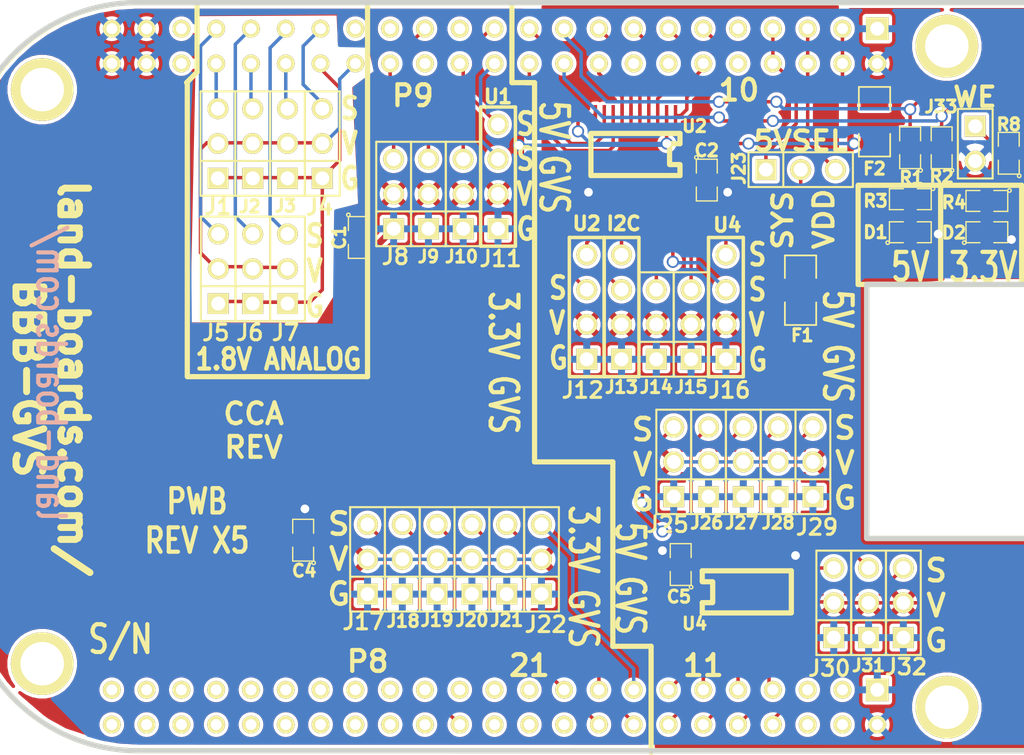
<source format=kicad_pcb>
(kicad_pcb (version 20171130) (host pcbnew "(5.1.10)-1")
  (title_block (title "Prototype cape for BeagleBone") (date "17 aug 2014") (rev 0.3) (company "Jacek Radzikowski <jacek.radzikowski@gmail.com>"))
  (layers (0 Front signal hide) (31 Back signal hide) (36 B.SilkS user hide) (37 F.SilkS user) (38 B.Mask user) (39 F.Mask user) (44 Edge.Cuts user hide))
  (net 0 "")
  (net 1 "/P8 Connector/EHRPWM2A")
  (net 2 "/P8 Connector/EHRPWM2B")
  (net 3 "/P8 Connector/GP0_26")
  (net 4 "/P8 Connector/GP1_12")
  (net 5 "/P8 Connector/GP1_13")
  (net 6 "/P8 Connector/GPIO0_26")
  (net 7 "/P8 Connector/GPIO0_27")
  (net 8 "/P8 Connector/GPIO1_12")
  (net 9 "/P8 Connector/GPIO1_13")
  (net 10 "/P8 Connector/GPIO1_14")
  (net 11 "/P8 Connector/GPIO1_15")
  (net 12 "/P8 Connector/GPIO1_29")
  (net 13 "/P8 Connector/GPIO2_1")
  (net 14 "/P8 Connector/PWM2B")
  (net 15 "/P8 Connector/TIM4")
  (net 16 "/P8 Connector/TIM5")
  (net 17 "/P8 Connector/TIM6")
  (net 18 "/P8 Connector/TIM7")
  (net 19 "/P8 Connector/TIMER4")
  (net 20 "/P8 Connector/TIMER5")
  (net 21 "/P8 Connector/TIMER6")
  (net 22 "/P8 Connector/TIMER7")
  (net 23 "/P9 Connector/AIN0")
  (net 24 "/P9 Connector/AIN1")
  (net 25 "/P9 Connector/AIN2")
  (net 26 "/P9 Connector/AIN3")
  (net 27 "/P9 Connector/AIN4")
  (net 28 "/P9 Connector/AIN5")
  (net 29 "/P9 Connector/AIN6")
  (net 30 "/P9 Connector/GNDA_ADC")
  (net 31 "/P9 Connector/GP116")
  (net 32 "/P9 Connector/GP1_28")
  (net 33 "/P9 Connector/GPIO1_16")
  (net 34 "/P9 Connector/GPIO1_17")
  (net 35 "/P9 Connector/GPIO1_28")
  (net 36 "/P9 Connector/GPIO3_19")
  (net 37 "/P9 Connector/I2C1CL")
  (net 38 "/P9 Connector/I2C1SD")
  (net 39 "/P9 Connector/I2C1_SCL")
  (net 40 "/P9 Connector/I2C1_SDA")
  (net 41 "/P9 Connector/I2C2_SCL")
  (net 42 "/P9 Connector/I2C2_SDA")
  (net 43 "/P9 Connector/SPI1_D1")
  (net 44 "/P9 Connector/SYS_5V")
  (net 45 "/P9 Connector/U2RX")
  (net 46 "/P9 Connector/U2TX")
  (net 47 "/P9 Connector/U4RX")
  (net 48 "/P9 Connector/U4TX")
  (net 49 "/P9 Connector/UART1_RXD")
  (net 50 "/P9 Connector/UART1_TXD")
  (net 51 "/P9 Connector/UART2_RXD")
  (net 52 "/P9 Connector/UART2_TXD")
  (net 53 "/P9 Connector/UART4_RXD")
  (net 54 "/P9 Connector/UART4_TXD")
  (net 55 "/P9 Connector/VDD_3V3-UF")
  (net 56 "/P9 Connector/VDD_ADC")
  (net 57 GND)
  (net 58 VDD_3V3EXP)
  (net 59 VDD_5V)
  (net 60 VDD_5V-UF)
  (net 61 "Net-(D1-Pad1)")
  (net 62 "Net-(D2-Pad1)")
  (net 63 "Net-(F1-Pad2)")
  (net 64 "Net-(J33-Pad1)")
  (module SOG20 (layer Front) (at 142.748 63.754 180)
    (fp_text reference U2 (at -4.318 2.032 180) (layer F.SilkS) (effects (font (size 0.889 0.889) (thickness 0.22225))))
    (fp_text value TXB0108EPWR hide)
    (pad 11 smd rect (at 2.95 -2.8 180) (size 0.25 1.55) (layers Front F.Paste F.Mask) (net 57 GND))
    (pad 12 smd rect (at 2.275 -2.8 180) (size 0.25 1.55) (layers Front F.Paste F.Mask) (net 46 "/P9 Connector/U2TX"))
    (pad 13 smd rect (at 1.625 -2.8 180) (size 0.25 1.55) (layers Front F.Paste F.Mask) (net 45 "/P9 Connector/U2RX"))
    (pad 14 smd rect (at 0.975 -2.8 180) (size 0.25 1.55) (layers Front F.Paste F.Mask) (net 38 "/P9 Connector/I2C1SD"))
    (pad 15 smd rect (at 0.325 -2.8 180) (size 0.25 1.55) (layers Front F.Paste F.Mask) (net 37 "/P9 Connector/I2C1CL"))
    (pad 16 smd rect (at -0.325 -2.8 180) (size 0.25 1.55) (layers Front F.Paste F.Mask) (net 31 "/P9 Connector/GP116"))
    (pad 17 smd rect (at -0.975 -2.8 180) (size 0.25 1.55) (layers Front F.Paste F.Mask) (net 48 "/P9 Connector/U4TX"))
    (pad 18 smd rect (at -1.625 -2.8 180) (size 0.25 1.55) (layers Front F.Paste F.Mask) (net 32 "/P9 Connector/GP1_28"))
    (pad 19 smd rect (at -2.275 -2.8 180) (size 0.25 1.55) (layers Front F.Paste F.Mask) (net 59 VDD_5V))
    (pad 20 smd rect (at -2.925 -2.8 180) (size 0.25 1.55) (layers Front F.Paste F.Mask) (net 47 "/P9 Connector/U4RX"))
    (pad 1 smd rect (at -2.925 2.8 180) (size 0.25 1.55) (layers Front F.Paste F.Mask) (net 53 "/P9 Connector/UART4_RXD"))
    (pad 2 smd rect (at -2.275 2.8 180) (size 0.25 1.55) (layers Front F.Paste F.Mask) (net 58 VDD_3V3EXP))
    (pad 3 smd rect (at -1.625 2.8 180) (size 0.25 1.55) (layers Front F.Paste F.Mask) (net 35 "/P9 Connector/GPIO1_28"))
    (pad 4 smd rect (at -0.975 2.8 180) (size 0.25 1.55) (layers Front F.Paste F.Mask) (net 54 "/P9 Connector/UART4_TXD"))
    (pad 5 smd rect (at -0.325 2.8 180) (size 0.25 1.55) (layers Front F.Paste F.Mask) (net 33 "/P9 Connector/GPIO1_16"))
    (pad 6 smd rect (at 0.325 2.8 180) (size 0.25 1.55) (layers Front F.Paste F.Mask) (net 39 "/P9 Connector/I2C1_SCL"))
    (pad 7 smd rect (at 0.975 2.8 180) (size 0.25 1.55) (layers Front F.Paste F.Mask) (net 40 "/P9 Connector/I2C1_SDA"))
    (pad 8 smd rect (at 1.625 2.8 180) (size 0.25 1.55) (layers Front F.Paste F.Mask) (net 51 "/P9 Connector/UART2_RXD"))
    (pad 9 smd rect (at 2.275 2.8 180) (size 0.25 1.55) (layers Front F.Paste F.Mask) (net 52 "/P9 Connector/UART2_TXD"))
    (pad 10 smd rect (at 2.925 2.8 180) (size 0.25 1.55) (layers Front F.Paste F.Mask) (net 58 VDD_3V3EXP))
  )
  (module SOG20 (layer Front) (at 150.876 95.758)
    (fp_text reference U4 (at -3.81 2.286) (layer F.SilkS) (effects (font (size 0.889 0.889) (thickness 0.22225))))
    (fp_text value TXS0108EPWR hide)
    (pad 11 smd rect (at 2.95 -2.8) (size 0.25 1.55) (layers Front F.Paste F.Mask) (net 57 GND))
    (pad 12 smd rect (at 2.275 -2.8) (size 0.25 1.55) (layers Front F.Paste F.Mask) (net 18 "/P8 Connector/TIM7"))
    (pad 13 smd rect (at 1.625 -2.8) (size 0.25 1.55) (layers Front F.Paste F.Mask) (net 15 "/P8 Connector/TIM4"))
    (pad 14 smd rect (at 0.975 -2.8) (size 0.25 1.55) (layers Front F.Paste F.Mask) (net 17 "/P8 Connector/TIM6"))
    (pad 15 smd rect (at 0.325 -2.8) (size 0.25 1.55) (layers Front F.Paste F.Mask) (net 16 "/P8 Connector/TIM5"))
    (pad 16 smd rect (at -0.325 -2.8) (size 0.25 1.55) (layers Front F.Paste F.Mask) (net 4 "/P8 Connector/GP1_12"))
    (pad 17 smd rect (at -0.975 -2.8) (size 0.25 1.55) (layers Front F.Paste F.Mask) (net 5 "/P8 Connector/GP1_13"))
    (pad 18 smd rect (at -1.625 -2.8) (size 0.25 1.55) (layers Front F.Paste F.Mask) (net 3 "/P8 Connector/GP0_26"))
    (pad 19 smd rect (at -2.275 -2.8) (size 0.25 1.55) (layers Front F.Paste F.Mask) (net 59 VDD_5V))
    (pad 20 smd rect (at -2.925 -2.8) (size 0.25 1.55) (layers Front F.Paste F.Mask) (net 14 "/P8 Connector/PWM2B"))
    (pad 1 smd rect (at -2.925 2.8) (size 0.25 1.55) (layers Front F.Paste F.Mask) (net 2 "/P8 Connector/EHRPWM2B"))
    (pad 2 smd rect (at -2.275 2.8) (size 0.25 1.55) (layers Front F.Paste F.Mask) (net 58 VDD_3V3EXP))
    (pad 3 smd rect (at -1.625 2.8) (size 0.25 1.55) (layers Front F.Paste F.Mask) (net 6 "/P8 Connector/GPIO0_26"))
    (pad 4 smd rect (at -0.975 2.8) (size 0.25 1.55) (layers Front F.Paste F.Mask) (net 9 "/P8 Connector/GPIO1_13"))
    (pad 5 smd rect (at -0.325 2.8) (size 0.25 1.55) (layers Front F.Paste F.Mask) (net 8 "/P8 Connector/GPIO1_12"))
    (pad 6 smd rect (at 0.325 2.8) (size 0.25 1.55) (layers Front F.Paste F.Mask) (net 20 "/P8 Connector/TIMER5"))
    (pad 7 smd rect (at 0.975 2.8) (size 0.25 1.55) (layers Front F.Paste F.Mask) (net 21 "/P8 Connector/TIMER6"))
    (pad 8 smd rect (at 1.625 2.8) (size 0.25 1.55) (layers Front F.Paste F.Mask) (net 19 "/P8 Connector/TIMER4"))
    (pad 9 smd rect (at 2.275 2.8) (size 0.25 1.55) (layers Front F.Paste F.Mask) (net 22 "/P8 Connector/TIMER7"))
    (pad 10 smd rect (at 2.925 2.8) (size 0.25 1.55) (layers Front F.Paste F.Mask) (net 58 VDD_3V3EXP))
  )
  (module SM1206 (layer Front) (at 154.8 73.7 90)
    (fp_text reference F1 (at -3.302 0.127 180) (layer F.SilkS) (effects (font (size 0.889 0.889) (thickness 0.22225))))
    (fp_text value FUSE hide)
    (pad 1 smd rect (at -1.651 0 90) (size 1.524 2.032) (layers Front F.Paste F.Mask) (net 59 VDD_5V))
    (pad 2 smd rect (at 1.651 0 90) (size 1.524 2.032) (layers Front F.Paste F.Mask) (net 63 "Net-(F1-Pad2)"))
  )
  (module SM0805 (layer Front) (at 172.974 68.834 270)
    (fp_text reference C3 (at -2.1844 0.03556) (layer F.SilkS) (effects (font (size 0.889 0.889) (thickness 0.22225))))
    (fp_text value 1uF hide)
    (pad 1 smd rect (at -0.9525 0 270) (size 0.889 1.397) (layers Front F.Paste F.Mask) (net 58 VDD_3V3EXP))
    (pad 2 smd rect (at 0.9525 0 270) (size 0.889 1.397) (layers Front F.Paste F.Mask) (net 57 GND))
  )
  (module SM0805 (layer Front) (at 146.05 93.726 90)
    (fp_text reference C5 (at -2.3495 -0.127 180) (layer F.SilkS) (effects (font (size 0.889 0.889) (thickness 0.22225))))
    (fp_text value 104 hide)
    (pad 1 smd rect (at -0.9525 0 90) (size 0.889 1.397) (layers Front F.Paste F.Mask) (net 59 VDD_5V))
    (pad 2 smd rect (at 0.9525 0 90) (size 0.889 1.397) (layers Front F.Paste F.Mask) (net 57 GND))
  )
  (module SM0805 (layer Front) (at 147.955 65.659 270)
    (fp_text reference C2 (at -2.159 0) (layer F.SilkS) (effects (font (size 0.889 0.889) (thickness 0.22225))))
    (fp_text value 104 hide)
    (pad 1 smd rect (at -0.9525 0 270) (size 0.889 1.397) (layers Front F.Paste F.Mask) (net 59 VDD_5V))
    (pad 2 smd rect (at 0.9525 0 270) (size 0.889 1.397) (layers Front F.Paste F.Mask) (net 57 GND))
  )
  (module SM0805 (layer Front) (at 118.491 91.948 90)
    (fp_text reference C4 (at -2.2352 0.0762 180) (layer F.SilkS) (effects (font (size 0.889 0.889) (thickness 0.22225))))
    (fp_text value 104 hide)
    (pad 1 smd rect (at -0.9525 0 90) (size 0.889 1.397) (layers Front F.Paste F.Mask) (net 58 VDD_3V3EXP))
    (pad 2 smd rect (at 0.9525 0 90) (size 0.889 1.397) (layers Front F.Paste F.Mask) (net 57 GND))
  )
  (module SM0805 (layer Front) (at 122.555 69.85 270)
    (fp_text reference C1 (at 0 1.4224 270) (layer F.SilkS) (effects (font (size 0.889 0.889) (thickness 0.22225))))
    (fp_text value 104 hide)
    (pad 1 smd rect (at -0.9525 0 270) (size 0.889 1.397) (layers Front F.Paste F.Mask) (net 58 VDD_3V3EXP))
    (pad 2 smd rect (at 0.9525 0 270) (size 0.889 1.397) (layers Front F.Paste F.Mask) (net 57 GND))
  )
  (module SM0805 (layer Front) (at 162.814 69.469)
    (fp_text reference D1 (at -2.54 0) (layer F.SilkS) (effects (font (size 0.889 0.889) (thickness 0.22225))))
    (fp_text value LED hide)
    (pad 1 smd rect (at -0.9525 0) (size 0.889 1.397) (layers Front F.Paste F.Mask) (net 61 "Net-(D1-Pad1)"))
    (pad 2 smd rect (at 0.9525 0) (size 0.889 1.397) (layers Front F.Paste F.Mask) (net 57 GND))
  )
  (module SM0805 (layer Front) (at 162.814 67.056 180)
    (fp_text reference R3 (at 2.54 -0.127 180) (layer F.SilkS) (effects (font (size 0.889 0.889) (thickness 0.22225))))
    (fp_text value 330 hide)
    (pad 1 smd rect (at -0.9525 0 180) (size 0.889 1.397) (layers Front F.Paste F.Mask) (net 59 VDD_5V))
    (pad 2 smd rect (at 0.9525 0 180) (size 0.889 1.397) (layers Front F.Paste F.Mask) (net 61 "Net-(D1-Pad1)"))
  )
  (module SM0805 (layer Front) (at 165.1 63.3 90)
    (fp_text reference R2 (at -2.1 0 180) (layer F.SilkS) (effects (font (size 0.889 0.889) (thickness 0.22225))))
    (fp_text value 5.6K hide)
    (pad 1 smd rect (at -0.9525 0 90) (size 0.889 1.397) (layers Front F.Paste F.Mask) (net 58 VDD_3V3EXP))
    (pad 2 smd rect (at 0.9525 0 90) (size 0.889 1.397) (layers Front F.Paste F.Mask) (net 42 "/P9 Connector/I2C2_SDA"))
  )
  (module SM0805 (layer Front) (at 162.8 63.3 90)
    (fp_text reference R1 (at -2.2 0.1 180) (layer F.SilkS) (effects (font (size 0.889 0.889) (thickness 0.22225))))
    (fp_text value 5.6K hide)
    (pad 1 smd rect (at -0.9525 0 90) (size 0.889 1.397) (layers Front F.Paste F.Mask) (net 58 VDD_3V3EXP))
    (pad 2 smd rect (at 0.9525 0 90) (size 0.889 1.397) (layers Front F.Paste F.Mask) (net 41 "/P9 Connector/I2C2_SCL"))
  )
  (module PIN_ARRAY_4x1 (layer Front) (at 141.732 74.93 90)
    (fp_text reference J13 (at -5.842 0 180) (layer F.SilkS) (effects (font (size 0.889 0.889) (thickness 0.22225))))
    (fp_text value CONN_4 hide)
    (pad 1 thru_hole rect (at -3.81 0 90) (size 1.524 1.524) (drill 1.016) (layers *.Cu *.Mask F.SilkS) (net 57 GND))
    (pad 2 thru_hole circle (at -1.27 0 90) (size 1.524 1.524) (drill 1.016) (layers *.Cu *.Mask F.SilkS) (net 59 VDD_5V))
    (pad 3 thru_hole circle (at 1.27 0 90) (size 1.524 1.524) (drill 1.016) (layers *.Cu *.Mask F.SilkS) (net 38 "/P9 Connector/I2C1SD"))
    (pad 4 thru_hole circle (at 3.81 0 90) (size 1.524 1.524) (drill 1.016) (layers *.Cu *.Mask F.SilkS) (net 37 "/P9 Connector/I2C1CL"))
  )
  (module PIN_ARRAY_4x1 (layer Front) (at 132.715 65.405 90)
    (fp_text reference J11 (at -5.995 0.185 180) (layer F.SilkS) (effects (font (size 1.143 1.143) (thickness 0.22225))))
    (fp_text value CONN_4 hide)
    (pad 1 thru_hole rect (at -3.81 0 90) (size 1.524 1.524) (drill 1.016) (layers *.Cu *.Mask F.SilkS) (net 57 GND))
    (pad 2 thru_hole circle (at -1.27 0 90) (size 1.524 1.524) (drill 1.016) (layers *.Cu *.Mask F.SilkS) (net 58 VDD_3V3EXP))
    (pad 3 thru_hole circle (at 1.27 0 90) (size 1.524 1.524) (drill 1.016) (layers *.Cu *.Mask F.SilkS) (net 50 "/P9 Connector/UART1_TXD"))
    (pad 4 thru_hole circle (at 3.81 0 90) (size 1.524 1.524) (drill 1.016) (layers *.Cu *.Mask F.SilkS) (net 49 "/P9 Connector/UART1_RXD"))
  )
  (module PIN_ARRAY_4x1 (layer Front) (at 149.352 74.93 90)
    (fp_text reference J16 (at -6.07 0.248 180) (layer F.SilkS) (effects (font (size 1.143 1.143) (thickness 0.22225))))
    (fp_text value CONN_4 hide)
    (pad 1 thru_hole rect (at -3.81 0 90) (size 1.524 1.524) (drill 1.016) (layers *.Cu *.Mask F.SilkS) (net 57 GND))
    (pad 2 thru_hole circle (at -1.27 0 90) (size 1.524 1.524) (drill 1.016) (layers *.Cu *.Mask F.SilkS) (net 59 VDD_5V))
    (pad 3 thru_hole circle (at 1.27 0 90) (size 1.524 1.524) (drill 1.016) (layers *.Cu *.Mask F.SilkS) (net 48 "/P9 Connector/U4TX"))
    (pad 4 thru_hole circle (at 3.81 0 90) (size 1.524 1.524) (drill 1.016) (layers *.Cu *.Mask F.SilkS) (net 47 "/P9 Connector/U4RX"))
  )
  (module PIN_ARRAY_4x1 (layer Front) (at 139.192 74.93 90)
    (fp_text reference J12 (at -6.07 -0.292 180) (layer F.SilkS) (effects (font (size 1.143 1.143) (thickness 0.22225))))
    (fp_text value CONN_4 hide)
    (pad 1 thru_hole rect (at -3.81 0 90) (size 1.524 1.524) (drill 1.016) (layers *.Cu *.Mask F.SilkS) (net 57 GND))
    (pad 2 thru_hole circle (at -1.27 0 90) (size 1.524 1.524) (drill 1.016) (layers *.Cu *.Mask F.SilkS) (net 59 VDD_5V))
    (pad 3 thru_hole circle (at 1.27 0 90) (size 1.524 1.524) (drill 1.016) (layers *.Cu *.Mask F.SilkS) (net 46 "/P9 Connector/U2TX"))
    (pad 4 thru_hole circle (at 3.81 0 90) (size 1.524 1.524) (drill 1.016) (layers *.Cu *.Mask F.SilkS) (net 45 "/P9 Connector/U2RX"))
  )
  (module PIN_ARRAY_3X1 (layer Front) (at 146.812 76.2 90)
    (fp_text reference J15 (at -4.572 0 180) (layer F.SilkS) (effects (font (size 0.889 0.889) (thickness 0.22225))))
    (fp_text value CONN_3 hide)
    (pad 1 thru_hole rect (at -2.54 0 90) (size 1.524 1.524) (drill 1.016) (layers *.Cu *.Mask F.SilkS) (net 57 GND))
    (pad 2 thru_hole circle (at 0 0 90) (size 1.524 1.524) (drill 1.016) (layers *.Cu *.Mask F.SilkS) (net 59 VDD_5V))
    (pad 3 thru_hole circle (at 2.54 0 90) (size 1.524 1.524) (drill 1.016) (layers *.Cu *.Mask F.SilkS) (net 32 "/P9 Connector/GP1_28"))
  )
  (module PIN_ARRAY_3X1 (layer Front) (at 153.162 86.233 90)
    (fp_text reference J28 (at -4.445 0 180) (layer F.SilkS) (effects (font (size 0.889 0.889) (thickness 0.22225))))
    (fp_text value CONN_3 hide)
    (pad 1 thru_hole rect (at -2.54 0 90) (size 1.524 1.524) (drill 1.016) (layers *.Cu *.Mask F.SilkS) (net 57 GND))
    (pad 2 thru_hole circle (at 0 0 90) (size 1.524 1.524) (drill 1.016) (layers *.Cu *.Mask F.SilkS) (net 59 VDD_5V))
    (pad 3 thru_hole circle (at 2.54 0 90) (size 1.524 1.524) (drill 1.016) (layers *.Cu *.Mask F.SilkS) (net 4 "/P8 Connector/GP1_12"))
  )
  (module PIN_ARRAY_3X1 (layer Front) (at 155.702 86.233 90)
    (fp_text reference J29 (at -4.767 0.298 180) (layer F.SilkS) (effects (font (size 1.143 1.143) (thickness 0.22225))))
    (fp_text value CONN_3 hide)
    (pad 1 thru_hole rect (at -2.54 0 90) (size 1.524 1.524) (drill 1.016) (layers *.Cu *.Mask F.SilkS) (net 57 GND))
    (pad 2 thru_hole circle (at 0 0 90) (size 1.524 1.524) (drill 1.016) (layers *.Cu *.Mask F.SilkS) (net 59 VDD_5V))
    (pad 3 thru_hole circle (at 2.54 0 90) (size 1.524 1.524) (drill 1.016) (layers *.Cu *.Mask F.SilkS) (net 16 "/P8 Connector/TIM5"))
  )
  (module PIN_ARRAY_3X1 (layer Front) (at 162.306 96.52 90)
    (fp_text reference J32 (at -4.68 0.194 180) (layer F.SilkS) (effects (font (size 1.143 1.143) (thickness 0.22225))))
    (fp_text value CONN_3 hide)
    (pad 1 thru_hole rect (at -2.54 0 90) (size 1.524 1.524) (drill 1.016) (layers *.Cu *.Mask F.SilkS) (net 57 GND))
    (pad 2 thru_hole circle (at 0 0 90) (size 1.524 1.524) (drill 1.016) (layers *.Cu *.Mask F.SilkS) (net 59 VDD_5V))
    (pad 3 thru_hole circle (at 2.54 0 90) (size 1.524 1.524) (drill 1.016) (layers *.Cu *.Mask F.SilkS) (net 17 "/P8 Connector/TIM6"))
  )
  (module PIN_ARRAY_3X1 (layer Front) (at 159.766 96.52 90)
    (fp_text reference J31 (at -4.572 0 180) (layer F.SilkS) (effects (font (size 0.889 0.889) (thickness 0.22225))))
    (fp_text value CONN_3 hide)
    (pad 1 thru_hole rect (at -2.54 0 90) (size 1.524 1.524) (drill 1.016) (layers *.Cu *.Mask F.SilkS) (net 57 GND))
    (pad 2 thru_hole circle (at 0 0 90) (size 1.524 1.524) (drill 1.016) (layers *.Cu *.Mask F.SilkS) (net 59 VDD_5V))
    (pad 3 thru_hole circle (at 2.54 0 90) (size 1.524 1.524) (drill 1.016) (layers *.Cu *.Mask F.SilkS) (net 15 "/P8 Connector/TIM4"))
  )
  (module PIN_ARRAY_3X1 (layer Front) (at 157.226 96.52 90)
    (fp_text reference J30 (at -4.78 -0.326 180) (layer F.SilkS) (effects (font (size 1.143 1.143) (thickness 0.22225))))
    (fp_text value CONN_3 hide)
    (pad 1 thru_hole rect (at -2.54 0 90) (size 1.524 1.524) (drill 1.016) (layers *.Cu *.Mask F.SilkS) (net 57 GND))
    (pad 2 thru_hole circle (at 0 0 90) (size 1.524 1.524) (drill 1.016) (layers *.Cu *.Mask F.SilkS) (net 59 VDD_5V))
    (pad 3 thru_hole circle (at 2.54 0 90) (size 1.524 1.524) (drill 1.016) (layers *.Cu *.Mask F.SilkS) (net 18 "/P8 Connector/TIM7"))
  )
  (module PIN_ARRAY_3X1 (layer Front) (at 123.19 93.345 90)
    (fp_text reference J17 (at -4.555 -0.29 180) (layer F.SilkS) (effects (font (size 1.143 1.143) (thickness 0.22225))))
    (fp_text value CONN_3 hide)
    (pad 1 thru_hole rect (at -2.54 0 90) (size 1.524 1.524) (drill 1.016) (layers *.Cu *.Mask F.SilkS) (net 57 GND))
    (pad 2 thru_hole circle (at 0 0 90) (size 1.524 1.524) (drill 1.016) (layers *.Cu *.Mask F.SilkS) (net 58 VDD_3V3EXP))
    (pad 3 thru_hole circle (at 2.54 0 90) (size 1.524 1.524) (drill 1.016) (layers *.Cu *.Mask F.SilkS) (net 12 "/P8 Connector/GPIO1_29"))
  )
  (module PIN_ARRAY_3X1 (layer Front) (at 125.73 93.345 90)
    (fp_text reference J18 (at -4.5085 0.0635 180) (layer F.SilkS) (effects (font (size 0.889 0.889) (thickness 0.22225))))
    (fp_text value CONN_3 hide)
    (pad 1 thru_hole rect (at -2.54 0 90) (size 1.524 1.524) (drill 1.016) (layers *.Cu *.Mask F.SilkS) (net 57 GND))
    (pad 2 thru_hole circle (at 0 0 90) (size 1.524 1.524) (drill 1.016) (layers *.Cu *.Mask F.SilkS) (net 58 VDD_3V3EXP))
    (pad 3 thru_hole circle (at 2.54 0 90) (size 1.524 1.524) (drill 1.016) (layers *.Cu *.Mask F.SilkS) (net 1 "/P8 Connector/EHRPWM2A"))
  )
  (module PIN_ARRAY_3X1 (layer Front) (at 128.27 93.345 90)
    (fp_text reference J19 (at -4.445 0 180) (layer F.SilkS) (effects (font (size 0.889 0.889) (thickness 0.22225))))
    (fp_text value CONN_3 hide)
    (pad 1 thru_hole rect (at -2.54 0 90) (size 1.524 1.524) (drill 1.016) (layers *.Cu *.Mask F.SilkS) (net 57 GND))
    (pad 2 thru_hole circle (at 0 0 90) (size 1.524 1.524) (drill 1.016) (layers *.Cu *.Mask F.SilkS) (net 58 VDD_3V3EXP))
    (pad 3 thru_hole circle (at 2.54 0 90) (size 1.524 1.524) (drill 1.016) (layers *.Cu *.Mask F.SilkS) (net 13 "/P8 Connector/GPIO2_1"))
  )
  (module PIN_ARRAY_3X1 (layer Front) (at 130.81 93.345 90)
    (fp_text reference J20 (at -4.445 0 180) (layer F.SilkS) (effects (font (size 0.889 0.889) (thickness 0.22225))))
    (fp_text value CONN_3 hide)
    (pad 1 thru_hole rect (at -2.54 0 90) (size 1.524 1.524) (drill 1.016) (layers *.Cu *.Mask F.SilkS) (net 57 GND))
    (pad 2 thru_hole circle (at 0 0 90) (size 1.524 1.524) (drill 1.016) (layers *.Cu *.Mask F.SilkS) (net 58 VDD_3V3EXP))
    (pad 3 thru_hole circle (at 2.54 0 90) (size 1.524 1.524) (drill 1.016) (layers *.Cu *.Mask F.SilkS) (net 7 "/P8 Connector/GPIO0_27"))
  )
  (module PIN_ARRAY_3X1 (layer Front) (at 133.35 93.345 90)
    (fp_text reference J21 (at -4.445 0 180) (layer F.SilkS) (effects (font (size 0.889 0.889) (thickness 0.22225))))
    (fp_text value CONN_3 hide)
    (pad 1 thru_hole rect (at -2.54 0 90) (size 1.524 1.524) (drill 1.016) (layers *.Cu *.Mask F.SilkS) (net 57 GND))
    (pad 2 thru_hole circle (at 0 0 90) (size 1.524 1.524) (drill 1.016) (layers *.Cu *.Mask F.SilkS) (net 58 VDD_3V3EXP))
    (pad 3 thru_hole circle (at 2.54 0 90) (size 1.524 1.524) (drill 1.016) (layers *.Cu *.Mask F.SilkS) (net 10 "/P8 Connector/GPIO1_14"))
  )
  (module PIN_ARRAY_3X1 (layer Front) (at 135.89 93.345 90)
    (fp_text reference J22 (at -4.755 0.31 180) (layer F.SilkS) (effects (font (size 1.143 1.143) (thickness 0.22225))))
    (fp_text value CONN_3 hide)
    (pad 1 thru_hole rect (at -2.54 0 90) (size 1.524 1.524) (drill 1.016) (layers *.Cu *.Mask F.SilkS) (net 57 GND))
    (pad 2 thru_hole circle (at 0 0 90) (size 1.524 1.524) (drill 1.016) (layers *.Cu *.Mask F.SilkS) (net 58 VDD_3V3EXP))
    (pad 3 thru_hole circle (at 2.54 0 90) (size 1.524 1.524) (drill 1.016) (layers *.Cu *.Mask F.SilkS) (net 11 "/P8 Connector/GPIO1_15"))
  )
  (module PIN_ARRAY_3X1 (layer Front) (at 112.268 62.992 90)
    (fp_text reference J1 (at -4.5974 0 180) (layer F.SilkS) (effects (font (size 1.143 1.143) (thickness 0.22225))))
    (fp_text value CONN_3 hide)
    (pad 1 thru_hole rect (at -2.54 0 90) (size 1.524 1.524) (drill 1.016) (layers *.Cu *.Mask F.SilkS) (net 30 "/P9 Connector/GNDA_ADC"))
    (pad 2 thru_hole circle (at 0 0 90) (size 1.524 1.524) (drill 1.016) (layers *.Cu *.Mask F.SilkS) (net 56 "/P9 Connector/VDD_ADC"))
    (pad 3 thru_hole circle (at 2.54 0 90) (size 1.524 1.524) (drill 1.016) (layers *.Cu *.Mask F.SilkS) (net 24 "/P9 Connector/AIN1"))
  )
  (module PIN_ARRAY_3X1 (layer Front) (at 117.348 62.992 90)
    (fp_text reference J3 (at -4.5466 -0.1524 180) (layer F.SilkS) (effects (font (size 0.889 0.889) (thickness 0.22225))))
    (fp_text value CONN_3 hide)
    (pad 1 thru_hole rect (at -2.54 0 90) (size 1.524 1.524) (drill 1.016) (layers *.Cu *.Mask F.SilkS) (net 30 "/P9 Connector/GNDA_ADC"))
    (pad 2 thru_hole circle (at 0 0 90) (size 1.524 1.524) (drill 1.016) (layers *.Cu *.Mask F.SilkS) (net 56 "/P9 Connector/VDD_ADC"))
    (pad 3 thru_hole circle (at 2.54 0 90) (size 1.524 1.524) (drill 1.016) (layers *.Cu *.Mask F.SilkS) (net 28 "/P9 Connector/AIN5"))
  )
  (module PIN_ARRAY_3X1 (layer Front) (at 112.2934 72.136 90)
    (fp_text reference J5 (at -4.6736 -0.1778 180) (layer F.SilkS) (effects (font (size 1.143 1.143) (thickness 0.22225))))
    (fp_text value CONN_3 hide)
    (pad 1 thru_hole rect (at -2.54 0 90) (size 1.524 1.524) (drill 1.016) (layers *.Cu *.Mask F.SilkS) (net 30 "/P9 Connector/GNDA_ADC"))
    (pad 2 thru_hole circle (at 0 0 90) (size 1.524 1.524) (drill 1.016) (layers *.Cu *.Mask F.SilkS) (net 56 "/P9 Connector/VDD_ADC"))
    (pad 3 thru_hole circle (at 2.54 0 90) (size 1.524 1.524) (drill 1.016) (layers *.Cu *.Mask F.SilkS) (net 23 "/P9 Connector/AIN0"))
  )
  (module PIN_ARRAY_3X1 (layer Front) (at 114.808 72.136 90)
    (fp_text reference J6 (at -4.664 -0.208 180) (layer F.SilkS) (effects (font (size 1.143 1.143) (thickness 0.22225))))
    (fp_text value CONN_3 hide)
    (pad 1 thru_hole rect (at -2.54 0 90) (size 1.524 1.524) (drill 1.016) (layers *.Cu *.Mask F.SilkS) (net 30 "/P9 Connector/GNDA_ADC"))
    (pad 2 thru_hole circle (at 0 0 90) (size 1.524 1.524) (drill 1.016) (layers *.Cu *.Mask F.SilkS) (net 56 "/P9 Connector/VDD_ADC"))
    (pad 3 thru_hole circle (at 2.54 0 90) (size 1.524 1.524) (drill 1.016) (layers *.Cu *.Mask F.SilkS) (net 25 "/P9 Connector/AIN2"))
  )
  (module PIN_ARRAY_3X1 (layer Front) (at 119.888 62.992 90)
    (fp_text reference J4 (at -4.6482 -0.2032 180) (layer F.SilkS) (effects (font (size 1.143 1.143) (thickness 0.22225))))
    (fp_text value CONN_3 hide)
    (pad 1 thru_hole rect (at -2.54 0 90) (size 1.524 1.524) (drill 1.016) (layers *.Cu *.Mask F.SilkS) (net 30 "/P9 Connector/GNDA_ADC"))
    (pad 2 thru_hole circle (at 0 0 90) (size 1.524 1.524) (drill 1.016) (layers *.Cu *.Mask F.SilkS) (net 56 "/P9 Connector/VDD_ADC"))
    (pad 3 thru_hole circle (at 2.54 0 90) (size 1.524 1.524) (drill 1.016) (layers *.Cu *.Mask F.SilkS) (net 27 "/P9 Connector/AIN4"))
  )
  (module PIN_ARRAY_3X1 (layer Front) (at 117.348 72.136 90)
    (fp_text reference J7 (at -4.664 -0.148 180) (layer F.SilkS) (effects (font (size 1.143 1.143) (thickness 0.22225))))
    (fp_text value CONN_3 hide)
    (pad 1 thru_hole rect (at -2.54 0 90) (size 1.524 1.524) (drill 1.016) (layers *.Cu *.Mask F.SilkS) (net 30 "/P9 Connector/GNDA_ADC"))
    (pad 2 thru_hole circle (at 0 0 90) (size 1.524 1.524) (drill 1.016) (layers *.Cu *.Mask F.SilkS) (net 56 "/P9 Connector/VDD_ADC"))
    (pad 3 thru_hole circle (at 2.54 0 90) (size 1.524 1.524) (drill 1.016) (layers *.Cu *.Mask F.SilkS) (net 29 "/P9 Connector/AIN6"))
  )
  (module PIN_ARRAY_3X1 (layer Front) (at 127.635 66.675 90)
    (fp_text reference J9 (at -4.572 0 180) (layer F.SilkS) (effects (font (size 0.889 0.889) (thickness 0.22225))))
    (fp_text value CONN_3 hide)
    (pad 1 thru_hole rect (at -2.54 0 90) (size 1.524 1.524) (drill 1.016) (layers *.Cu *.Mask F.SilkS) (net 57 GND))
    (pad 2 thru_hole circle (at 0 0 90) (size 1.524 1.524) (drill 1.016) (layers *.Cu *.Mask F.SilkS) (net 58 VDD_3V3EXP))
    (pad 3 thru_hole circle (at 2.54 0 90) (size 1.524 1.524) (drill 1.016) (layers *.Cu *.Mask F.SilkS) (net 36 "/P9 Connector/GPIO3_19"))
  )
  (module PIN_ARRAY_3X1 (layer Front) (at 130.175 66.675 90)
    (fp_text reference J10 (at -4.572 -0.127 180) (layer F.SilkS) (effects (font (size 0.889 0.889) (thickness 0.22225))))
    (fp_text value CONN_3 hide)
    (pad 1 thru_hole rect (at -2.54 0 90) (size 1.524 1.524) (drill 1.016) (layers *.Cu *.Mask F.SilkS) (net 57 GND))
    (pad 2 thru_hole circle (at 0 0 90) (size 1.524 1.524) (drill 1.016) (layers *.Cu *.Mask F.SilkS) (net 58 VDD_3V3EXP))
    (pad 3 thru_hole circle (at 2.54 0 90) (size 1.524 1.524) (drill 1.016) (layers *.Cu *.Mask F.SilkS) (net 34 "/P9 Connector/GPIO1_17"))
  )
  (module PIN_ARRAY_3X1 (layer Front) (at 144.272 76.2 90)
    (fp_text reference J14 (at -4.572 0 180) (layer F.SilkS) (effects (font (size 0.889 0.889) (thickness 0.22225))))
    (fp_text value CONN_3 hide)
    (pad 1 thru_hole rect (at -2.54 0 90) (size 1.524 1.524) (drill 1.016) (layers *.Cu *.Mask F.SilkS) (net 57 GND))
    (pad 2 thru_hole circle (at 0 0 90) (size 1.524 1.524) (drill 1.016) (layers *.Cu *.Mask F.SilkS) (net 59 VDD_5V))
    (pad 3 thru_hole circle (at 2.54 0 90) (size 1.524 1.524) (drill 1.016) (layers *.Cu *.Mask F.SilkS) (net 31 "/P9 Connector/GP116"))
  )
  (module PIN_ARRAY_3X1 (layer Front) (at 145.542 86.233 90)
    (fp_text reference J25 (at -4.567 -0.442 180) (layer F.SilkS) (effects (font (size 1.143 1.143) (thickness 0.22225))))
    (fp_text value CONN_3 hide)
    (pad 1 thru_hole rect (at -2.54 0 90) (size 1.524 1.524) (drill 1.016) (layers *.Cu *.Mask F.SilkS) (net 57 GND))
    (pad 2 thru_hole circle (at 0 0 90) (size 1.524 1.524) (drill 1.016) (layers *.Cu *.Mask F.SilkS) (net 59 VDD_5V))
    (pad 3 thru_hole circle (at 2.54 0 90) (size 1.524 1.524) (drill 1.016) (layers *.Cu *.Mask F.SilkS) (net 14 "/P8 Connector/PWM2B"))
  )
  (module PIN_ARRAY_3X1 (layer Front) (at 148.082 86.233 90)
    (fp_text reference J26 (at -4.445 -0.127 180) (layer F.SilkS) (effects (font (size 0.889 0.889) (thickness 0.22225))))
    (fp_text value CONN_3 hide)
    (pad 1 thru_hole rect (at -2.54 0 90) (size 1.524 1.524) (drill 1.016) (layers *.Cu *.Mask F.SilkS) (net 57 GND))
    (pad 2 thru_hole circle (at 0 0 90) (size 1.524 1.524) (drill 1.016) (layers *.Cu *.Mask F.SilkS) (net 59 VDD_5V))
    (pad 3 thru_hole circle (at 2.54 0 90) (size 1.524 1.524) (drill 1.016) (layers *.Cu *.Mask F.SilkS) (net 3 "/P8 Connector/GP0_26"))
  )
  (module PIN_ARRAY_3X1 (layer Front) (at 150.622 86.233 90)
    (fp_text reference J27 (at -4.445 -0.127 180) (layer F.SilkS) (effects (font (size 0.889 0.889) (thickness 0.22225))))
    (fp_text value CONN_3 hide)
    (pad 1 thru_hole rect (at -2.54 0 90) (size 1.524 1.524) (drill 1.016) (layers *.Cu *.Mask F.SilkS) (net 57 GND))
    (pad 2 thru_hole circle (at 0 0 90) (size 1.524 1.524) (drill 1.016) (layers *.Cu *.Mask F.SilkS) (net 59 VDD_5V))
    (pad 3 thru_hole circle (at 2.54 0 90) (size 1.524 1.524) (drill 1.016) (layers *.Cu *.Mask F.SilkS) (net 5 "/P8 Connector/GP1_13"))
  )
  (module PIN_ARRAY_3X1 (layer Front) (at 114.808 62.992 90)
    (fp_text reference J2 (at -4.5974 -0.2032 180) (layer F.SilkS) (effects (font (size 0.889 0.889) (thickness 0.22225))))
    (fp_text value CONN_3 hide)
    (pad 1 thru_hole rect (at -2.54 0 90) (size 1.524 1.524) (drill 1.016) (layers *.Cu *.Mask F.SilkS) (net 30 "/P9 Connector/GNDA_ADC"))
    (pad 2 thru_hole circle (at 0 0 90) (size 1.524 1.524) (drill 1.016) (layers *.Cu *.Mask F.SilkS) (net 56 "/P9 Connector/VDD_ADC"))
    (pad 3 thru_hole circle (at 2.54 0 90) (size 1.524 1.524) (drill 1.016) (layers *.Cu *.Mask F.SilkS) (net 26 "/P9 Connector/AIN3"))
  )
  (module FIDUCIAL (layer Front) (at 169.164 99.822)
    (fp_text reference FID2 hide)
    (fp_text value CONN_1 hide)
    (pad 1 smd circle (at 0 0) (size 1 1) (layers Front F.Paste F.Mask) (clearance 1))
  )
  (module FIDUCIAL (layer Front) (at 104.394 61.849)
    (fp_text reference FID1 hide)
    (fp_text value CONN_1 hide)
    (pad 1 smd circle (at 0 0) (size 1 1) (layers Front F.Paste F.Mask) (clearance 1))
  )
  (module PIN_ARRAY_3X1 (layer Front) (at 125.095 66.675 90)
    (fp_text reference J8 (at -4.572 0.127 180) (layer F.SilkS) (effects (font (size 1.143 1.143) (thickness 0.22225))))
    (fp_text value CONN_3 hide)
    (pad 1 thru_hole rect (at -2.54 0 90) (size 1.524 1.524) (drill 1.016) (layers *.Cu *.Mask F.SilkS) (net 57 GND))
    (pad 2 thru_hole circle (at 0 0 90) (size 1.524 1.524) (drill 1.016) (layers *.Cu *.Mask F.SilkS) (net 58 VDD_3V3EXP))
    (pad 3 thru_hole circle (at 2.54 0 90) (size 1.524 1.524) (drill 1.016) (layers *.Cu *.Mask F.SilkS) (net 43 "/P9 Connector/SPI1_D1"))
  )
  (module PIN_ARRAY_3X1 (layer Front) (at 154.813 64.897)
    (fp_text reference J23 (at -4.513 -0.097 90) (layer F.SilkS) (effects (font (size 0.889 0.889) (thickness 0.22225))))
    (fp_text value CONN_3 hide)
    (pad 1 thru_hole rect (at -2.54 0) (size 1.524 1.524) (drill 1.016) (layers *.Cu *.Mask F.SilkS) (net 44 "/P9 Connector/SYS_5V"))
    (pad 2 thru_hole circle (at 0 0) (size 1.524 1.524) (drill 1.016) (layers *.Cu *.Mask F.SilkS) (net 63 "Net-(F1-Pad2)"))
    (pad 3 thru_hole circle (at 2.54 0) (size 1.524 1.524) (drill 1.016) (layers *.Cu *.Mask F.SilkS) (net 60 VDD_5V-UF))
  )
  (module SM1206 (layer Front) (at 160.2 61.4 90)
    (fp_text reference F2 (at -3.429 0 180) (layer F.SilkS) (effects (font (size 0.889 0.889) (thickness 0.22225))))
    (fp_text value FUSE hide)
    (pad 1 smd rect (at -1.651 0 90) (size 1.524 2.032) (layers Front F.Paste F.Mask) (net 58 VDD_3V3EXP))
    (pad 2 smd rect (at 1.651 0 90) (size 1.524 2.032) (layers Front F.Paste F.Mask) (net 55 "/P9 Connector/VDD_3V3-UF"))
  )
  (module BEAGLEBONE (layer Front) (at 136.906 80.01)
    (fp_text reference BRD1 hide)
    (fp_text value BEAGLEBONE hide)
    (pad M1 thru_hole circle (at -37.465 -20.955) (size 4.572 4.572) (drill 3.175) (layers *.Cu *.Mask F.SilkS))
    (pad M2 thru_hole circle (at 28.575 -24.13) (size 4.572 4.572) (drill 3.175) (layers *.Cu *.Mask F.SilkS))
    (pad M3 thru_hole circle (at 28.575 24.13) (size 4.572 4.572) (drill 3.175) (layers *.Cu *.Mask F.SilkS))
    (pad M4 thru_hole circle (at -37.465 20.955) (size 4.572 4.572) (drill 3.175) (layers *.Cu *.Mask F.SilkS))
    (pad C1 thru_hole rect (at 23.495 -25.4) (size 1.651 1.651) (drill 1.016) (layers *.Cu *.Mask F.SilkS) (net 57 GND))
    (pad C2 thru_hole circle (at 23.495 -22.86) (size 1.30048 1.30048) (drill 0.8001) (layers *.Cu *.Mask F.SilkS) (net 57 GND))
    (pad C3 thru_hole circle (at 20.955 -25.4) (size 1.30048 1.30048) (drill 0.8001) (layers *.Cu *.Mask F.SilkS) (net 55 "/P9 Connector/VDD_3V3-UF"))
    (pad C4 thru_hole circle (at 20.955 -22.86) (size 1.30048 1.30048) (drill 0.8001) (layers *.Cu *.Mask F.SilkS) (net 55 "/P9 Connector/VDD_3V3-UF"))
    (pad C5 thru_hole circle (at 18.415 -25.4) (size 1.30048 1.30048) (drill 0.8001) (layers *.Cu *.Mask F.SilkS) (net 60 VDD_5V-UF))
    (pad C6 thru_hole circle (at 18.415 -22.86) (size 1.30048 1.30048) (drill 0.8001) (layers *.Cu *.Mask F.SilkS) (net 60 VDD_5V-UF))
    (pad C7 thru_hole circle (at 15.875 -25.4) (size 1.30048 1.30048) (drill 0.8001) (layers *.Cu *.Mask F.SilkS) (net 44 "/P9 Connector/SYS_5V"))
    (pad C8 thru_hole circle (at 15.875 -22.86) (size 1.30048 1.30048) (drill 0.8001) (layers *.Cu *.Mask F.SilkS) (net 44 "/P9 Connector/SYS_5V"))
    (pad C9 thru_hole circle (at 13.335 -25.4) (size 1.30048 1.30048) (drill 0.8001) (layers *.Cu *.Mask F.SilkS))
    (pad C10 thru_hole circle (at 13.335 -22.86) (size 1.30048 1.30048) (drill 0.8001) (layers *.Cu *.Mask F.SilkS))
    (pad C11 thru_hole circle (at 10.795 -25.4) (size 1.30048 1.30048) (drill 0.8001) (layers *.Cu *.Mask F.SilkS) (net 53 "/P9 Connector/UART4_RXD"))
    (pad C12 thru_hole circle (at 10.795 -22.86) (size 1.30048 1.30048) (drill 0.8001) (layers *.Cu *.Mask F.SilkS) (net 35 "/P9 Connector/GPIO1_28"))
    (pad C13 thru_hole circle (at 8.255 -25.4) (size 1.30048 1.30048) (drill 0.8001) (layers *.Cu *.Mask F.SilkS) (net 54 "/P9 Connector/UART4_TXD"))
    (pad C14 thru_hole circle (at 8.255 -22.86) (size 1.30048 1.30048) (drill 0.8001) (layers *.Cu *.Mask F.SilkS))
    (pad C15 thru_hole circle (at 5.715 -25.4) (size 1.30048 1.30048) (drill 0.8001) (layers *.Cu *.Mask F.SilkS) (net 33 "/P9 Connector/GPIO1_16"))
    (pad C16 thru_hole circle (at 5.715 -22.86) (size 1.30048 1.30048) (drill 0.8001) (layers *.Cu *.Mask F.SilkS))
    (pad C17 thru_hole circle (at 3.175 -25.4) (size 1.30048 1.30048) (drill 0.8001) (layers *.Cu *.Mask F.SilkS) (net 39 "/P9 Connector/I2C1_SCL"))
    (pad C18 thru_hole circle (at 3.175 -22.86) (size 1.30048 1.30048) (drill 0.8001) (layers *.Cu *.Mask F.SilkS) (net 40 "/P9 Connector/I2C1_SDA"))
    (pad C19 thru_hole circle (at 0.635 -25.4) (size 1.30048 1.30048) (drill 0.8001) (layers *.Cu *.Mask F.SilkS) (net 41 "/P9 Connector/I2C2_SCL"))
    (pad C20 thru_hole circle (at 0.635 -22.86) (size 1.30048 1.30048) (drill 0.8001) (layers *.Cu *.Mask F.SilkS) (net 42 "/P9 Connector/I2C2_SDA"))
    (pad C21 thru_hole circle (at -1.905 -25.4) (size 1.30048 1.30048) (drill 0.8001) (layers *.Cu *.Mask F.SilkS) (net 52 "/P9 Connector/UART2_TXD"))
    (pad C22 thru_hole circle (at -1.905 -22.86) (size 1.30048 1.30048) (drill 0.8001) (layers *.Cu *.Mask F.SilkS) (net 51 "/P9 Connector/UART2_RXD"))
    (pad C23 thru_hole circle (at -4.445 -25.4) (size 1.30048 1.30048) (drill 0.8001) (layers *.Cu *.Mask F.SilkS) (net 34 "/P9 Connector/GPIO1_17"))
    (pad C24 thru_hole circle (at -4.445 -22.86) (size 1.30048 1.30048) (drill 0.8001) (layers *.Cu *.Mask F.SilkS) (net 50 "/P9 Connector/UART1_TXD"))
    (pad C25 thru_hole circle (at -6.985 -25.4) (size 1.30048 1.30048) (drill 0.8001) (layers *.Cu *.Mask F.SilkS))
    (pad C26 thru_hole circle (at -6.985 -22.86) (size 1.30048 1.30048) (drill 0.8001) (layers *.Cu *.Mask F.SilkS) (net 49 "/P9 Connector/UART1_RXD"))
    (pad C27 thru_hole circle (at -9.525 -25.4) (size 1.30048 1.30048) (drill 0.8001) (layers *.Cu *.Mask F.SilkS) (net 36 "/P9 Connector/GPIO3_19"))
    (pad C28 thru_hole circle (at -9.525 -22.86) (size 1.30048 1.30048) (drill 0.8001) (layers *.Cu *.Mask F.SilkS))
    (pad C29 thru_hole circle (at -12.065 -25.4) (size 1.30048 1.30048) (drill 0.8001) (layers *.Cu *.Mask F.SilkS))
    (pad C30 thru_hole circle (at -12.065 -22.86) (size 1.30048 1.30048) (drill 0.8001) (layers *.Cu *.Mask F.SilkS) (net 43 "/P9 Connector/SPI1_D1"))
    (pad C31 thru_hole circle (at -14.605 -25.4) (size 1.30048 1.30048) (drill 0.8001) (layers *.Cu *.Mask F.SilkS))
    (pad C32 thru_hole circle (at -14.605 -22.86) (size 1.30048 1.30048) (drill 0.8001) (layers *.Cu *.Mask F.SilkS) (net 56 "/P9 Connector/VDD_ADC"))
    (pad C33 thru_hole circle (at -17.145 -25.4) (size 1.30048 1.30048) (drill 0.8001) (layers *.Cu *.Mask F.SilkS) (net 27 "/P9 Connector/AIN4"))
    (pad C34 thru_hole circle (at -17.145 -22.86) (size 1.30048 1.30048) (drill 0.8001) (layers *.Cu *.Mask F.SilkS) (net 30 "/P9 Connector/GNDA_ADC"))
    (pad C35 thru_hole circle (at -19.685 -25.4) (size 1.30048 1.30048) (drill 0.8001) (layers *.Cu *.Mask F.SilkS) (net 29 "/P9 Connector/AIN6"))
    (pad C36 thru_hole circle (at -19.685 -22.86) (size 1.30048 1.30048) (drill 0.8001) (layers *.Cu *.Mask F.SilkS) (net 28 "/P9 Connector/AIN5"))
    (pad C37 thru_hole circle (at -22.225 -25.4) (size 1.30048 1.30048) (drill 0.8001) (layers *.Cu *.Mask F.SilkS) (net 25 "/P9 Connector/AIN2"))
    (pad C38 thru_hole circle (at -22.225 -22.86) (size 1.30048 1.30048) (drill 0.8001) (layers *.Cu *.Mask F.SilkS) (net 26 "/P9 Connector/AIN3"))
    (pad C39 thru_hole circle (at -24.765 -25.4) (size 1.30048 1.30048) (drill 0.8001) (layers *.Cu *.Mask F.SilkS) (net 23 "/P9 Connector/AIN0"))
    (pad C40 thru_hole circle (at -24.765 -22.86) (size 1.30048 1.30048) (drill 0.8001) (layers *.Cu *.Mask F.SilkS) (net 24 "/P9 Connector/AIN1"))
    (pad C41 thru_hole circle (at -27.305 -25.4) (size 1.30048 1.30048) (drill 0.8001) (layers *.Cu *.Mask F.SilkS))
    (pad C42 thru_hole circle (at -27.305 -22.86) (size 1.30048 1.30048) (drill 0.8001) (layers *.Cu *.Mask F.SilkS))
    (pad C43 thru_hole circle (at -29.845 -25.4) (size 1.30048 1.30048) (drill 0.8001) (layers *.Cu *.Mask F.SilkS) (net 57 GND))
    (pad C44 thru_hole circle (at -29.845 -22.86) (size 1.30048 1.30048) (drill 0.8001) (layers *.Cu *.Mask F.SilkS) (net 57 GND))
    (pad C45 thru_hole circle (at -32.385 -25.4) (size 1.30048 1.30048) (drill 0.8001) (layers *.Cu *.Mask F.SilkS) (net 57 GND))
    (pad C46 thru_hole circle (at -32.385 -22.86) (size 1.30048 1.30048) (drill 0.8001) (layers *.Cu *.Mask F.SilkS) (net 57 GND))
    (pad B1 thru_hole rect (at 23.495 22.86) (size 1.651 1.651) (drill 1.016) (layers *.Cu *.Mask F.SilkS) (net 57 GND))
    (pad B2 thru_hole circle (at 23.495 25.4) (size 1.30048 1.30048) (drill 0.8001) (layers *.Cu *.Mask F.SilkS) (net 57 GND))
    (pad B3 thru_hole circle (at 20.955 22.86) (size 1.30048 1.30048) (drill 0.8001) (layers *.Cu *.Mask F.SilkS))
    (pad B4 thru_hole circle (at 20.955 25.4) (size 1.30048 1.30048) (drill 0.8001) (layers *.Cu *.Mask F.SilkS))
    (pad B5 thru_hole circle (at 18.415 22.86) (size 1.30048 1.30048) (drill 0.8001) (layers *.Cu *.Mask F.SilkS))
    (pad B6 thru_hole circle (at 18.415 25.4) (size 1.30048 1.30048) (drill 0.8001) (layers *.Cu *.Mask F.SilkS))
    (pad B7 thru_hole circle (at 15.875 22.86) (size 1.30048 1.30048) (drill 0.8001) (layers *.Cu *.Mask F.SilkS) (net 19 "/P8 Connector/TIMER4"))
    (pad B8 thru_hole circle (at 15.875 25.4) (size 1.30048 1.30048) (drill 0.8001) (layers *.Cu *.Mask F.SilkS) (net 22 "/P8 Connector/TIMER7"))
    (pad B9 thru_hole circle (at 13.335 22.86) (size 1.30048 1.30048) (drill 0.8001) (layers *.Cu *.Mask F.SilkS) (net 20 "/P8 Connector/TIMER5"))
    (pad B10 thru_hole circle (at 13.335 25.4) (size 1.30048 1.30048) (drill 0.8001) (layers *.Cu *.Mask F.SilkS) (net 21 "/P8 Connector/TIMER6"))
    (pad B11 thru_hole circle (at 10.795 22.86) (size 1.30048 1.30048) (drill 0.8001) (layers *.Cu *.Mask F.SilkS) (net 9 "/P8 Connector/GPIO1_13"))
    (pad B12 thru_hole circle (at 10.795 25.4) (size 1.30048 1.30048) (drill 0.8001) (layers *.Cu *.Mask F.SilkS) (net 8 "/P8 Connector/GPIO1_12"))
    (pad B13 thru_hole circle (at 8.255 22.86) (size 1.30048 1.30048) (drill 0.8001) (layers *.Cu *.Mask F.SilkS) (net 2 "/P8 Connector/EHRPWM2B"))
    (pad B14 thru_hole circle (at 8.255 25.4) (size 1.30048 1.30048) (drill 0.8001) (layers *.Cu *.Mask F.SilkS) (net 6 "/P8 Connector/GPIO0_26"))
    (pad B15 thru_hole circle (at 5.715 22.86) (size 1.30048 1.30048) (drill 0.8001) (layers *.Cu *.Mask F.SilkS) (net 11 "/P8 Connector/GPIO1_15"))
    (pad B16 thru_hole circle (at 5.715 25.4) (size 1.30048 1.30048) (drill 0.8001) (layers *.Cu *.Mask F.SilkS) (net 10 "/P8 Connector/GPIO1_14"))
    (pad B17 thru_hole circle (at 3.175 22.86) (size 1.30048 1.30048) (drill 0.8001) (layers *.Cu *.Mask F.SilkS) (net 7 "/P8 Connector/GPIO0_27"))
    (pad B18 thru_hole circle (at 3.175 25.4) (size 1.30048 1.30048) (drill 0.8001) (layers *.Cu *.Mask F.SilkS) (net 13 "/P8 Connector/GPIO2_1"))
    (pad B19 thru_hole circle (at 0.635 22.86) (size 1.30048 1.30048) (drill 0.8001) (layers *.Cu *.Mask F.SilkS) (net 1 "/P8 Connector/EHRPWM2A"))
    (pad B20 thru_hole circle (at 0.635 25.4) (size 1.30048 1.30048) (drill 0.8001) (layers *.Cu *.Mask F.SilkS))
    (pad B21 thru_hole circle (at -1.905 22.86) (size 1.30048 1.30048) (drill 0.8001) (layers *.Cu *.Mask F.SilkS))
    (pad B22 thru_hole circle (at -1.905 25.4) (size 1.30048 1.30048) (drill 0.8001) (layers *.Cu *.Mask F.SilkS))
    (pad B23 thru_hole circle (at -4.445 22.86) (size 1.30048 1.30048) (drill 0.8001) (layers *.Cu *.Mask F.SilkS))
    (pad B24 thru_hole circle (at -4.445 25.4) (size 1.30048 1.30048) (drill 0.8001) (layers *.Cu *.Mask F.SilkS))
    (pad B25 thru_hole circle (at -6.985 22.86) (size 1.30048 1.30048) (drill 0.8001) (layers *.Cu *.Mask F.SilkS))
    (pad B26 thru_hole circle (at -6.985 25.4) (size 1.30048 1.30048) (drill 0.8001) (layers *.Cu *.Mask F.SilkS) (net 12 "/P8 Connector/GPIO1_29"))
    (pad B27 thru_hole circle (at -9.525 22.86) (size 1.30048 1.30048) (drill 0.8001) (layers *.Cu *.Mask F.SilkS))
    (pad B28 thru_hole circle (at -9.525 25.4) (size 1.30048 1.30048) (drill 0.8001) (layers *.Cu *.Mask F.SilkS))
    (pad B29 thru_hole circle (at -12.065 22.86) (size 1.30048 1.30048) (drill 0.8001) (layers *.Cu *.Mask F.SilkS))
    (pad B30 thru_hole circle (at -12.065 25.4) (size 1.30048 1.30048) (drill 0.8001) (layers *.Cu *.Mask F.SilkS))
    (pad B31 thru_hole circle (at -14.605 22.86) (size 1.30048 1.30048) (drill 0.8001) (layers *.Cu *.Mask F.SilkS))
    (pad B32 thru_hole circle (at -14.605 25.4) (size 1.30048 1.30048) (drill 0.8001) (layers *.Cu *.Mask F.SilkS))
    (pad B33 thru_hole circle (at -17.145 22.86) (size 1.30048 1.30048) (drill 0.8001) (layers *.Cu *.Mask F.SilkS))
    (pad B34 thru_hole circle (at -17.145 25.4) (size 1.30048 1.30048) (drill 0.8001) (layers *.Cu *.Mask F.SilkS))
    (pad B35 thru_hole circle (at -19.685 22.86) (size 1.30048 1.30048) (drill 0.8001) (layers *.Cu *.Mask F.SilkS))
    (pad B36 thru_hole circle (at -19.685 25.4) (size 1.30048 1.30048) (drill 0.8001) (layers *.Cu *.Mask F.SilkS))
    (pad B37 thru_hole circle (at -22.225 22.86) (size 1.30048 1.30048) (drill 0.8001) (layers *.Cu *.Mask F.SilkS))
    (pad B38 thru_hole circle (at -22.225 25.4) (size 1.30048 1.30048) (drill 0.8001) (layers *.Cu *.Mask F.SilkS))
    (pad B39 thru_hole circle (at -24.765 22.86) (size 1.30048 1.30048) (drill 0.8001) (layers *.Cu *.Mask F.SilkS))
    (pad B40 thru_hole circle (at -24.765 25.4) (size 1.30048 1.30048) (drill 0.8001) (layers *.Cu *.Mask F.SilkS))
    (pad B41 thru_hole circle (at -27.305 22.86) (size 1.30048 1.30048) (drill 0.8001) (layers *.Cu *.Mask F.SilkS))
    (pad B42 thru_hole circle (at -27.305 25.4) (size 1.30048 1.30048) (drill 0.8001) (layers *.Cu *.Mask F.SilkS))
    (pad B43 thru_hole circle (at -29.845 22.86) (size 1.30048 1.30048) (drill 0.8001) (layers *.Cu *.Mask F.SilkS))
    (pad B44 thru_hole circle (at -29.845 25.4) (size 1.30048 1.30048) (drill 0.8001) (layers *.Cu *.Mask F.SilkS))
    (pad B45 thru_hole circle (at -32.385 22.86) (size 1.30048 1.30048) (drill 0.8001) (layers *.Cu *.Mask F.SilkS))
    (pad B46 thru_hole circle (at -32.385 25.4) (size 1.30048 1.30048) (drill 0.8001) (layers *.Cu *.Mask F.SilkS))
  )
  (module SM0805 (layer Front) (at 168.402 69.469)
    (fp_text reference D2 (at -2.402 0.031) (layer F.SilkS) (effects (font (size 0.889 0.889) (thickness 0.22225))))
    (fp_text value LED hide)
    (pad 1 smd rect (at -0.9525 0) (size 0.889 1.397) (layers Front F.Paste F.Mask) (net 62 "Net-(D2-Pad1)"))
    (pad 2 smd rect (at 0.9525 0) (size 0.889 1.397) (layers Front F.Paste F.Mask) (net 57 GND))
  )
  (module SM0805 (layer Front) (at 168.402 67.183 180)
    (fp_text reference R4 (at 2.402 -0.117 180) (layer F.SilkS) (effects (font (size 0.889 0.889) (thickness 0.22225))))
    (fp_text value 120 hide)
    (pad 1 smd rect (at -0.9525 0 180) (size 0.889 1.397) (layers Front F.Paste F.Mask) (net 58 VDD_3V3EXP))
    (pad 2 smd rect (at 0.9525 0 180) (size 0.889 1.397) (layers Front F.Paste F.Mask) (net 62 "Net-(D2-Pad1)"))
  )
  (module SO8E-wider (layer Front) (at 175.006 62.738 90)
    (fp_text reference U3 (at -3.362 1.294 180) (layer F.SilkS) (effects (font (size 0.889 0.889) (thickness 0.22225))))
    (fp_text value CAT24C256 hide)
    (pad 8 smd rect (at -1.905 -2.794 90) (size 0.59944 1.651) (layers Front F.Paste F.Mask) (net 58 VDD_3V3EXP))
    (pad 1 smd rect (at -1.905 2.794 90) (size 0.59944 1.651) (layers Front F.Paste F.Mask) (net 57 GND))
    (pad 7 smd rect (at -0.635 -2.794 90) (size 0.59944 1.651) (layers Front F.Paste F.Mask) (net 64 "Net-(J33-Pad1)"))
    (pad 6 smd rect (at 0.635 -2.794 90) (size 0.59944 1.651) (layers Front F.Paste F.Mask) (net 41 "/P9 Connector/I2C2_SCL"))
    (pad 5 smd rect (at 1.905 -2.794 90) (size 0.59944 1.651) (layers Front F.Paste F.Mask) (net 42 "/P9 Connector/I2C2_SDA"))
    (pad 2 smd rect (at -0.635 2.794 90) (size 0.59944 1.651) (layers Front F.Paste F.Mask) (net 57 GND))
    (pad 3 smd rect (at 0.635 2.794 90) (size 0.59944 1.651) (layers Front F.Paste F.Mask) (net 58 VDD_3V3EXP))
    (pad 4 smd rect (at 1.905 2.794 90) (size 0.59944 1.651) (layers Front F.Paste F.Mask) (net 57 GND))
  )
  (module SM0805 (layer Front) (at 170 63.7 90)
    (fp_text reference R8 (at 2.1 0 180) (layer F.SilkS) (effects (font (size 0.889 0.889) (thickness 0.22225))))
    (fp_text value 5.6K hide)
    (pad 1 smd rect (at -0.9525 0 90) (size 0.889 1.397) (layers Front F.Paste F.Mask) (net 58 VDD_3V3EXP))
    (pad 2 smd rect (at 0.9525 0 90) (size 0.889 1.397) (layers Front F.Paste F.Mask) (net 64 "Net-(J33-Pad1)"))
  )
  (module PIN_ARRAY_2X1 (layer Front) (at 167.55364 63.00216 270)
    (fp_text reference J33 (at -2.7 2.5) (layer F.SilkS) (effects (font (size 0.889 0.889) (thickness 0.22225))))
    (fp_text value CONN_2 hide)
    (pad 1 thru_hole rect (at -1.27 0 270) (size 1.524 1.524) (drill 1.016) (layers *.Cu *.Mask F.SilkS) (net 64 "Net-(J33-Pad1)"))
    (pad 2 thru_hole circle (at 1.27 0 270) (size 1.524 1.524) (drill 1.016) (layers *.Cu *.Mask F.SilkS) (net 57 GND))
  )
  (gr_line (start 180.086 59.05754) (end 180.086 73.27646) (layer Edge.Cuts) (width 0.381))
  (gr_line (start 173.10354 107.33278) (end 106.426 107.315) (layer Edge.Cuts) (width 0.381))
  (gr_text 10 (at 150.3 59.1) (layer F.SilkS) (effects (font (size 1.524 1.524) (thickness 0.3048))))
  (gr_text P8 (at 123.2 100.8) (layer F.SilkS) (effects (font (size 1.524 1.524) (thickness 0.3048))))
  (gr_text P9 (at 126.5 59.5) (layer F.SilkS) (effects (font (size 1.524 1.524) (thickness 0.3048))))
  (gr_text 11 (at 147.7 101.1) (layer F.SilkS) (effects (font (size 1.524 1.524) (thickness 0.3048))))
  (gr_text 21 (at 135 101.1) (layer F.SilkS) (effects (font (size 1.524 1.524) (thickness 0.3048))))
  (gr_text 5VSEL (at 154.8 62.8) (layer F.SilkS) (effects (font (size 1.397 1.524) (thickness 0.3048))))
  (gr_text VDD (at 156.5 68.5 90) (layer F.SilkS) (effects (font (size 1.397 1.524) (thickness 0.3048))))
  (gr_text SYS (at 153.5 68.6 90) (layer F.SilkS) (effects (font (size 1.397 1.524) (thickness 0.3048))))
  (gr_text WE (at 167.52824 59.59856) (layer F.SilkS) (effects (font (size 1.397 1.524) (thickness 0.3048))))
  (gr_line (start 159.004 73.279) (end 159.639 73.279) (angle 90) (layer F.SilkS) (width 0.381))
  (gr_line (start 159.004 66.04) (end 159.004 73.279) (angle 90) (layer F.SilkS) (width 0.381))
  (gr_line (start 165.227 66.04) (end 159.004 66.04) (angle 90) (layer F.SilkS) (width 0.381))
  (gr_line (start 165.027 66.04) (end 165.027 73.279) (angle 90) (layer F.SilkS) (width 0.381))
  (gr_line (start 170.942 66.04) (end 165.227 66.04) (angle 90) (layer F.SilkS) (width 0.381))
  (gr_line (start 170.942 73.025) (end 170.942 66.04) (angle 90) (layer F.SilkS) (width 0.381))
  (gr_line (start 141.097 86.233) (end 135.382 86.233) (angle 90) (layer F.SilkS) (width 0.381))
  (gr_line (start 135.382 58.547) (end 135.382 86.233) (angle 90) (layer F.SilkS) (width 0.381))
  (gr_line (start 134.747 58.547) (end 135.382 58.547) (angle 90) (layer F.SilkS) (width 0.381))
  (gr_line (start 133.731 58.547) (end 133.731 52.832) (angle 90) (layer F.SilkS) (width 0.381))
  (gr_line (start 135.128 58.547) (end 133.731 58.547) (angle 90) (layer F.SilkS) (width 0.381))
  (gr_text "S\nV\nG" (at 121.09196 93.32214) (layer F.SilkS) (effects (font (size 1.5875 1.5875) (thickness 0.3048))))
  (gr_text "S\nV\nG" (at 143.2687 86.43366) (layer F.SilkS) (effects (font (size 1.5875 1.5875) (thickness 0.3048))))
  (gr_text "S\nV\nG" (at 158.0388 86.31174) (layer F.SilkS) (effects (font (size 1.5875 1.5875) (thickness 0.3048))))
  (gr_text U1 (at 132.715 59.563) (layer F.SilkS) (effects (font (size 1 1) (thickness 0.25))))
  (gr_line (start 123.19 80.01) (end 110.109 80.01) (angle 90) (layer F.SilkS) (width 0.381))
  (gr_line (start 123.19 58.547) (end 123.19 80.01) (angle 90) (layer F.SilkS) (width 0.381))
  (gr_line (start 123.19 52.705) (end 123.317 52.705) (angle 90) (layer F.SilkS) (width 0.381))
  (gr_line (start 123.19 58.547) (end 123.19 52.705) (angle 90) (layer F.SilkS) (width 0.381))
  (gr_line (start 110.744 52.705) (end 110.871 52.705) (angle 90) (layer F.SilkS) (width 0.381))
  (gr_line (start 110.744 57.785) (end 110.744 52.705) (angle 90) (layer F.SilkS) (width 0.381))
  (gr_line (start 109.982 58.547) (end 110.744 57.785) (angle 90) (layer F.SilkS) (width 0.381))
  (gr_line (start 141.097 99.695) (end 141.097 86.233) (angle 90) (layer F.SilkS) (width 0.381))
  (gr_line (start 143.891 99.695) (end 141.097 99.695) (angle 90) (layer F.SilkS) (width 0.381))
  (gr_line (start 143.891 107.442) (end 143.891 99.695) (angle 90) (layer F.SilkS) (width 0.381))
  (gr_text 3.3V (at 168.148 72.009) (layer F.SilkS) (effects (font (size 2.032 1.524) (thickness 0.3048))))
  (gr_text 5V (at 162.814 72.009) (layer F.SilkS) (effects (font (size 2.032 1.524) (thickness 0.3048))))
  (gr_text "PWB\nREV X5" (at 110.744 90.551) (layer F.SilkS) (effects (font (size 1.778 1.397) (thickness 0.3048))))
  (gr_text "5V GVS" (at 157.5 77.8 270) (layer F.SilkS) (effects (font (size 2.032 1.524) (thickness 0.3048))))
  (gr_text "S\nS\nV\nG" (at 133.90372 65.405) (layer F.SilkS) (effects (font (size 1.5875 1.27) (thickness 0.3048)) (justify left)))
  (gr_text "3.3V GVS" (at 138.938 94.615 270) (layer F.SilkS) (effects (font (size 2.032 1.524) (thickness 0.3048))))
  (gr_text "5V GVS" (at 136.8 64 270) (layer F.SilkS) (effects (font (size 2.032 1.524) (thickness 0.3048))))
  (gr_text "3.3V GVS" (at 133.1 79 270) (layer F.SilkS) (effects (font (size 2.032 1.524) (thickness 0.3048))))
  (gr_text "5V GVS" (at 142.367 94.742 270) (layer F.SilkS) (effects (font (size 2.032 1.524) (thickness 0.3048))))
  (gr_text land-boards.com/ (at 100.076 79.756 270) (layer B.SilkS) (effects (font (size 2.032 1.524) (thickness 0.3048)) (justify mirror)))
  (gr_text S/N (at 105.156 99.187) (layer F.SilkS) (effects (font (size 2.032 1.524) (thickness 0.3048))))
  (gr_text U2 (at 139.192 68.834) (layer F.SilkS) (effects (font (size 1 1) (thickness 0.25))))
  (gr_text "S\nV\nG" (at 136.28878 76.0984) (layer F.SilkS) (effects (font (size 1.5875 1.27) (thickness 0.3048)) (justify left)))
  (gr_text "CCA\nREV" (at 114.8715 83.947) (layer F.SilkS) (effects (font (size 1.524 1.524) (thickness 0.3048))))
  (gr_text "S\nV\nG" (at 164.70122 96.7232) (layer F.SilkS) (effects (font (size 1.5875 1.5875) (thickness 0.3048))))
  (gr_text "land-boards.com/\nBBB-GVS" (at 100.076 80.137 -90) (layer F.SilkS) (effects (font (size 2.032 2.032) (thickness 0.508))))
  (gr_line (start 110.0328 58.5216) (end 110.0328 80.01) (angle 90) (layer F.SilkS) (width 0.381))
  (gr_text U4 (at 149.4536 68.9356) (layer F.SilkS) (effects (font (size 1 1) (thickness 0.25))))
  (gr_text I2C (at 141.8844 68.834) (layer F.SilkS) (effects (font (size 1 1) (thickness 0.25))))
  (gr_line (start 106.3752 52.70754) (end 173.736 52.705) (angle 90) (layer Edge.Cuts) (width 0.381))
  (gr_text "S\nV\nG" (at 121.89206 62.99708) (layer F.SilkS) (effects (font (size 1.5875 1.27) (thickness 0.3048))))
  (gr_text "S\nV\nG" (at 119.33428 72.29856) (layer F.SilkS) (effects (font (size 1.5875 1.27) (thickness 0.3048))))
  (gr_text "S\nS\nV\nG" (at 150.84806 74.94016) (layer F.SilkS) (effects (font (size 1.5875 1.27) (thickness 0.3048)) (justify left)))
  (gr_text "1.8V ANALOG" (at 116.6876 78.74) (layer F.SilkS) (effects (font (size 1.5 1.25) (thickness 0.3048))))
  (gr_line (start 173.101 91.821) (end 159.639 91.821) (angle 90) (layer Edge.Cuts) (width 0.381))
  (gr_line (start 173.10608 107.33278) (end 173.09846 91.821) (angle 90) (layer Edge.Cuts) (width 0.381))
  (gr_line (start 159.639 73.279) (end 159.639 91.821) (angle 90) (layer Edge.Cuts) (width 0.381))
  (gr_line (start 180.086 73.279) (end 159.639 73.279) (angle 90) (layer Edge.Cuts) (width 0.381))
  (gr_line (start 93.6752 65.40754) (end 93.726 94.615) (angle 90) (layer Edge.Cuts) (width 0.381))
  (gr_arc (start 173.736 59.055) (end 173.736 52.705) (angle 90) (layer Edge.Cuts) (width 0.381))
  (gr_arc (start 106.426 94.615) (end 106.426 107.315) (angle 90) (layer Edge.Cuts) (width 0.381))
  (gr_arc (start 106.3752 65.405) (end 93.6752 65.405) (angle 90) (layer Edge.Cuts) (width 0.381))
  (segment (start 137.541 102.87) (end 136.017 101.346) (width 0.254) (layer Front) (net 1))
  (segment (start 136.017 101.346) (end 129.921 101.346) (width 0.254) (layer Front) (net 1))
  (segment (start 129.921 101.346) (end 127 98.425) (width 0.254) (layer Front) (net 1))
  (segment (start 127 98.425) (end 127 92.1004) (width 0.254) (layer Front) (net 1))
  (segment (start 127 92.1004) (end 125.73 90.8304) (width 0.254) (layer Front) (net 1))
  (segment (start 147.951 98.558) (end 147.951 100.08) (width 0.254) (layer Front) (net 2))
  (segment (start 147.951 100.08) (end 145.161 102.87) (width 0.254) (layer Front) (net 2))
  (segment (start 149.251 92.958) (end 149.251 90.958) (width 0.254) (layer Front) (net 3))
  (segment (start 147.2565 90.3605) (end 146.812 89.916) (width 0.254) (layer Front) (net 3))
  (segment (start 148.6535 90.3605) (end 147.2565 90.3605) (width 0.254) (layer Front) (net 3))
  (segment (start 149.251 90.958) (end 148.6535 90.3605) (width 0.254) (layer Front) (net 3))
  (segment (start 146.812 84.963) (end 148.082 83.693) (width 0.254) (layer Front) (net 3))
  (segment (start 146.812 89.916) (end 146.812 84.963) (width 0.254) (layer Front) (net 3))
  (segment (start 150.551 92.958) (end 150.551 91.257) (width 0.254) (layer Front) (net 4))
  (segment (start 151.892 84.963) (end 153.162 83.693) (width 0.254) (layer Front) (net 4))
  (segment (start 151.892 89.916) (end 151.892 84.963) (width 0.254) (layer Front) (net 4))
  (segment (start 150.551 91.257) (end 151.892 89.916) (width 0.254) (layer Front) (net 4))
  (segment (start 149.901 92.958) (end 149.901 90.592) (width 0.254) (layer Front) (net 5))
  (segment (start 149.352 84.963) (end 150.622 83.693) (width 0.254) (layer Front) (net 5))
  (segment (start 149.352 90.043) (end 149.352 84.963) (width 0.254) (layer Front) (net 5))
  (segment (start 149.901 90.592) (end 149.352 90.043) (width 0.254) (layer Front) (net 5))
  (segment (start 145.161 105.41) (end 145.161 105.2576) (width 0.254) (layer Front) (net 6))
  (segment (start 146.4056 102.5144) (end 149.251 99.669) (width 0.254) (layer Front) (net 6))
  (segment (start 146.4056 104.013) (end 146.4056 102.5144) (width 0.254) (layer Front) (net 6))
  (segment (start 145.161 105.2576) (end 146.4056 104.013) (width 0.254) (layer Front) (net 6))
  (segment (start 149.251 98.558) (end 149.251 99.669) (width 0.254) (layer Front) (net 6))
  (segment (start 140.081 102.87) (end 140.081 101.346) (width 0.254) (layer Front) (net 7))
  (segment (start 140.081 101.346) (end 138.811 100.076) (width 0.254) (layer Front) (net 7))
  (segment (start 138.811 100.076) (end 133.731 100.076) (width 0.254) (layer Front) (net 7))
  (segment (start 133.731 100.076) (end 132.08 98.425) (width 0.254) (layer Front) (net 7))
  (segment (start 132.08 98.425) (end 132.08 92.075) (width 0.254) (layer Front) (net 7))
  (segment (start 132.08 92.075) (end 130.81 90.805) (width 0.254) (layer Front) (net 7))
  (segment (start 147.701 105.41) (end 147.701 105.3846) (width 0.254) (layer Front) (net 8))
  (segment (start 150.551 100.2994) (end 150.551 98.558) (width 0.254) (layer Front) (net 8))
  (segment (start 148.9964 101.854) (end 150.551 100.2994) (width 0.254) (layer Front) (net 8))
  (segment (start 148.9964 104.0892) (end 148.9964 101.854) (width 0.254) (layer Front) (net 8))
  (segment (start 147.701 105.3846) (end 148.9964 104.0892) (width 0.254) (layer Front) (net 8))
  (segment (start 149.901 98.558) (end 149.901 99.781) (width 0.254) (layer Front) (net 9))
  (segment (start 147.701 101.981) (end 147.701 102.87) (width 0.254) (layer Front) (net 9))
  (segment (start 149.901 99.781) (end 147.701 101.981) (width 0.254) (layer Front) (net 9))
  (segment (start 139.192 99.314) (end 136.779 99.314) (width 0.254) (layer Front) (net 10))
  (segment (start 134.62 92.1004) (end 133.35 90.8304) (width 0.254) (layer Front) (net 10))
  (segment (start 134.62 97.155) (end 134.62 92.1004) (width 0.254) (layer Front) (net 10))
  (segment (start 136.779 99.314) (end 134.62 97.155) (width 0.254) (layer Front) (net 10))
  (segment (start 142.621 105.41) (end 142.621 105.283) (width 0.254) (layer Front) (net 10))
  (segment (start 142.621 105.283) (end 141.351 104.013) (width 0.254) (layer Front) (net 10))
  (segment (start 141.351 104.013) (end 141.351 101.473) (width 0.254) (layer Front) (net 10))
  (segment (start 141.351 101.473) (end 139.192 99.314) (width 0.254) (layer Front) (net 10))
  (segment (start 142.621 102.87) (end 142.621 101.346) (width 0.254) (layer Back) (net 11))
  (segment (start 138.176 93.091) (end 135.89 90.805) (width 0.254) (layer Back) (net 11))
  (segment (start 138.176 96.901) (end 138.176 93.091) (width 0.254) (layer Back) (net 11))
  (segment (start 142.621 101.346) (end 138.176 96.901) (width 0.254) (layer Back) (net 11))
  (segment (start 129.921 105.41) (end 128.651 104.14) (width 0.254) (layer Front) (net 12))
  (segment (start 128.651 104.14) (end 128.651 101.981) (width 0.254) (layer Front) (net 12))
  (segment (start 128.651 101.981) (end 124.46 97.79) (width 0.254) (layer Front) (net 12))
  (segment (start 124.46 97.79) (end 124.46 92.075) (width 0.254) (layer Front) (net 12))
  (segment (start 124.46 92.075) (end 123.19 90.805) (width 0.254) (layer Front) (net 12))
  (segment (start 140.081 105.41) (end 138.811 104.14) (width 0.254) (layer Front) (net 13))
  (segment (start 138.811 104.14) (end 138.811 101.854) (width 0.254) (layer Front) (net 13))
  (segment (start 138.811 101.854) (end 137.668 100.711) (width 0.254) (layer Front) (net 13))
  (segment (start 137.668 100.711) (end 131.826 100.711) (width 0.254) (layer Front) (net 13))
  (segment (start 131.826 100.711) (end 129.54 98.425) (width 0.254) (layer Front) (net 13))
  (segment (start 129.54 98.425) (end 129.54 92.075) (width 0.254) (layer Front) (net 13))
  (segment (start 129.54 92.075) (end 128.27 90.805) (width 0.254) (layer Front) (net 13))
  (segment (start 144.7165 91.313) (end 145.6055 91.313) (width 0.254) (layer Front) (net 14))
  (segment (start 145.923 91.6305) (end 147.701 91.6305) (width 0.254) (layer Front) (net 14))
  (segment (start 145.6055 91.313) (end 145.923 91.6305) (width 0.254) (layer Front) (net 14))
  (segment (start 147.951 92.958) (end 147.951 91.8805) (width 0.254) (layer Front) (net 14))
  (segment (start 147.951 91.8805) (end 147.701 91.6305) (width 0.254) (layer Front) (net 14))
  (via (at 144.7165 91.313) (size 0.889) (layers Front Back) (net 14))
  (segment (start 143.256 85.979) (end 145.542 83.693) (width 0.254) (layer Front) (net 14))
  (segment (start 143.256 89.154) (end 143.256 85.979) (width 0.254) (layer Front) (net 14))
  (segment (start 143.1925 89.2175) (end 143.256 89.154) (width 0.254) (layer Front) (net 14))
  (via (at 143.1925 89.2175) (size 0.889) (layers Front Back) (net 14))
  (segment (start 143.1925 89.789) (end 143.1925 89.2175) (width 0.254) (layer Back) (net 14))
  (segment (start 144.7165 91.313) (end 143.1925 89.789) (width 0.254) (layer Back) (net 14))
  (segment (start 152.501 92.958) (end 152.501 92.101002) (width 0.254) (layer Front) (net 15))
  (segment (start 157.353002 91.567002) (end 159.766 93.98) (width 0.254) (layer Front) (net 15))
  (segment (start 153.035 91.567002) (end 157.353002 91.567002) (width 0.254) (layer Front) (net 15))
  (segment (start 152.501 92.101002) (end 153.035 91.567002) (width 0.254) (layer Front) (net 15))
  (segment (start 159.3342 93.5482) (end 159.766 93.98) (width 0.254) (layer Front) (net 15))
  (segment (start 151.201 92.958) (end 151.201 91.623) (width 0.254) (layer Front) (net 16))
  (segment (start 151.201 91.623) (end 151.765 91.059) (width 0.254) (layer Front) (net 16))
  (segment (start 151.765 91.059) (end 153.416 91.059) (width 0.254) (layer Front) (net 16))
  (segment (start 153.416 91.059) (end 154.432 90.043) (width 0.254) (layer Front) (net 16))
  (segment (start 154.432 90.043) (end 154.432 84.963) (width 0.254) (layer Front) (net 16))
  (segment (start 154.432 84.963) (end 155.702 83.693) (width 0.254) (layer Front) (net 16))
  (segment (start 161.036 95.25) (end 155.8925 95.25) (width 0.254) (layer Front) (net 17))
  (segment (start 152.2095 94.996) (end 151.851 94.6375) (width 0.254) (layer Front) (net 17))
  (segment (start 155.6385 94.996) (end 152.2095 94.996) (width 0.254) (layer Front) (net 17))
  (segment (start 155.8925 95.25) (end 155.6385 94.996) (width 0.254) (layer Front) (net 17))
  (segment (start 151.851 92.958) (end 151.851 94.6375) (width 0.254) (layer Front) (net 17))
  (segment (start 161.036 95.25) (end 162.306 93.98) (width 0.254) (layer Front) (net 17))
  (segment (start 157.226 93.98) (end 156.1465 93.98) (width 0.254) (layer Front) (net 18))
  (segment (start 155.702 94.4245) (end 153.151 94.4245) (width 0.254) (layer Front) (net 18))
  (segment (start 156.1465 93.98) (end 155.702 94.4245) (width 0.254) (layer Front) (net 18))
  (segment (start 153.151 92.958) (end 153.151 94.4245) (width 0.254) (layer Front) (net 18))
  (segment (start 152.501 98.558) (end 152.501 102.59) (width 0.254) (layer Front) (net 19))
  (segment (start 152.501 102.59) (end 152.781 102.87) (width 0.254) (layer Front) (net 19))
  (segment (start 151.201 98.558) (end 151.201 100.894) (width 0.254) (layer Front) (net 20))
  (segment (start 150.241 101.854) (end 150.241 102.87) (width 0.254) (layer Front) (net 20))
  (segment (start 151.201 100.894) (end 150.241 101.854) (width 0.254) (layer Front) (net 20))
  (segment (start 151.851 98.558) (end 151.851 101.514) (width 0.254) (layer Front) (net 21))
  (segment (start 151.511 104.14) (end 150.241 105.41) (width 0.254) (layer Front) (net 21))
  (segment (start 151.511 101.854) (end 151.511 104.14) (width 0.254) (layer Front) (net 21))
  (segment (start 151.851 101.514) (end 151.511 101.854) (width 0.254) (layer Front) (net 21))
  (segment (start 153.151 98.558) (end 153.151 101.081) (width 0.254) (layer Front) (net 22))
  (segment (start 153.151 101.081) (end 154.0256 101.9556) (width 0.254) (layer Front) (net 22))
  (segment (start 152.781 105.41) (end 152.781 105.0544) (width 0.254) (layer Front) (net 22))
  (segment (start 154.0256 103.8098) (end 154.0256 101.9556) (width 0.254) (layer Front) (net 22))
  (segment (start 152.781 105.0544) (end 154.0256 103.8098) (width 0.254) (layer Front) (net 22))
  (segment (start 110.998 68.326) (end 112.268 69.596) (width 0.254) (layer Back) (net 23))
  (segment (start 112.141 54.61) (end 112.141 54.737) (width 0.254) (layer Back) (net 23))
  (segment (start 112.141 54.737) (end 110.998 55.88) (width 0.254) (layer Back) (net 23))
  (segment (start 110.998 55.88) (end 110.998 68.326) (width 0.254) (layer Back) (net 23))
  (segment (start 112.141 60.2742) (end 112.268 60.4012) (width 0.254) (layer Back) (net 24))
  (segment (start 112.141 57.15) (end 112.141 60.2742) (width 0.254) (layer Back) (net 24))
  (segment (start 113.538 55.753) (end 113.538 68.326) (width 0.254) (layer Back) (net 25))
  (segment (start 113.538 68.326) (end 114.808 69.596) (width 0.254) (layer Back) (net 25))
  (segment (start 113.538 55.753) (end 114.681 54.61) (width 0.254) (layer Back) (net 25))
  (segment (start 114.681 57.15) (end 114.681 60.2742) (width 0.254) (layer Back) (net 26))
  (segment (start 114.681 60.2742) (end 114.808 60.4012) (width 0.254) (layer Back) (net 26))
  (segment (start 119.761 54.61) (end 118.491 55.88) (width 0.254) (layer Back) (net 27))
  (segment (start 119.888 60.071) (end 119.888 60.452) (width 0.254) (layer Back) (net 27))
  (segment (start 118.491 58.674) (end 119.888 60.071) (width 0.254) (layer Back) (net 27))
  (segment (start 118.491 55.88) (end 118.491 58.674) (width 0.254) (layer Back) (net 27))
  (segment (start 117.221 57.15) (end 117.221 60.2742) (width 0.254) (layer Back) (net 28))
  (segment (start 117.221 60.2742) (end 117.348 60.4012) (width 0.254) (layer Back) (net 28))
  (segment (start 117.221 54.61) (end 117.221 54.864) (width 0.254) (layer Back) (net 29))
  (segment (start 116.078 68.326) (end 117.348 69.596) (width 0.254) (layer Back) (net 29))
  (segment (start 116.078 56.007) (end 116.078 68.326) (width 0.254) (layer Back) (net 29))
  (segment (start 117.221 54.864) (end 116.078 56.007) (width 0.254) (layer Back) (net 29))
  (segment (start 112.3188 74.5236) (end 114.808 74.5236) (width 0.254) (layer Front) (net 30))
  (segment (start 114.808 74.5236) (end 114.8588 74.5744) (width 0.254) (layer Front) (net 30))
  (segment (start 114.8588 74.5744) (end 117.4496 74.5744) (width 0.254) (layer Front) (net 30))
  (segment (start 114.8588 74.5744) (end 118.9736 74.5744) (width 0.254) (layer Front) (net 30))
  (segment (start 118.9736 74.5744) (end 119.888 73.66) (width 0.254) (layer Front) (net 30))
  (segment (start 119.888 73.66) (end 119.888 65.4812) (width 0.254) (layer Front) (net 30))
  (segment (start 119.761 57.15) (end 119.761 57.531) (width 0.254) (layer Front) (net 30))
  (segment (start 119.761 57.531) (end 121.158 58.928) (width 0.254) (layer Front) (net 30))
  (segment (start 112.268 65.4812) (end 114.808 65.4812) (width 0.254) (layer Front) (net 30))
  (segment (start 114.808 65.4812) (end 117.348 65.4812) (width 0.254) (layer Front) (net 30))
  (segment (start 117.348 65.4812) (end 119.888 65.4812) (width 0.254) (layer Front) (net 30))
  (segment (start 119.888 65.4812) (end 121.158 64.2112) (width 0.254) (layer Front) (net 30))
  (segment (start 121.158 64.2112) (end 121.158 58.928) (width 0.254) (layer Front) (net 30))
  (segment (start 143.073 66.554) (end 143.073 68.778) (width 0.254) (layer Front) (net 31))
  (segment (start 144.272 69.977) (end 144.272 73.66) (width 0.254) (layer Front) (net 31))
  (segment (start 143.073 68.778) (end 144.272 69.977) (width 0.254) (layer Front) (net 31))
  (segment (start 144.373 66.554) (end 144.373 68.427) (width 0.254) (layer Front) (net 32))
  (segment (start 146.812 70.866) (end 146.812 73.66) (width 0.254) (layer Front) (net 32))
  (segment (start 144.373 68.427) (end 146.812 70.866) (width 0.254) (layer Front) (net 32))
  (segment (start 143.073 60.954) (end 143.073 58.73) (width 0.254) (layer Front) (net 33))
  (segment (start 143.891 55.88) (end 142.621 54.61) (width 0.254) (layer Front) (net 33))
  (segment (start 143.891 57.912) (end 143.891 55.88) (width 0.254) (layer Front) (net 33))
  (segment (start 143.073 58.73) (end 143.891 57.912) (width 0.254) (layer Front) (net 33))
  (segment (start 130.175 64.135) (end 130.175 60.96) (width 0.254) (layer Front) (net 34))
  (segment (start 132.207 54.61) (end 132.461 54.61) (width 0.254) (layer Front) (net 34))
  (segment (start 130.937 55.88) (end 132.207 54.61) (width 0.254) (layer Front) (net 34))
  (segment (start 129.286 55.88) (end 130.937 55.88) (width 0.254) (layer Front) (net 34))
  (segment (start 128.778 56.388) (end 129.286 55.88) (width 0.254) (layer Front) (net 34))
  (segment (start 128.778 59.563) (end 128.778 56.388) (width 0.254) (layer Front) (net 34))
  (segment (start 130.175 60.96) (end 128.778 59.563) (width 0.254) (layer Front) (net 34))
  (segment (start 144.373 60.954) (end 144.373 59.716) (width 0.254) (layer Front) (net 35))
  (segment (start 144.373 59.716) (end 144.689 59.4) (width 0.254) (layer Front) (net 35))
  (segment (start 147.701 57.499) (end 147.701 57.15) (width 0.254) (layer Front) (net 35))
  (segment (start 145.8 59.4) (end 147.701 57.499) (width 0.254) (layer Front) (net 35))
  (segment (start 144.689 59.4) (end 145.8 59.4) (width 0.254) (layer Front) (net 35))
  (segment (start 127.381 54.61) (end 126.111 55.88) (width 0.254) (layer Front) (net 36))
  (segment (start 127.635 60.96) (end 127.635 64.135) (width 0.254) (layer Front) (net 36))
  (segment (start 126.111 59.436) (end 127.635 60.96) (width 0.254) (layer Front) (net 36))
  (segment (start 126.111 55.88) (end 126.111 59.436) (width 0.254) (layer Front) (net 36))
  (segment (start 142.423 66.554) (end 142.423 69.159) (width 0.254) (layer Front) (net 37))
  (segment (start 141.732 69.85) (end 141.732 71.12) (width 0.254) (layer Front) (net 37))
  (segment (start 142.423 69.159) (end 141.732 69.85) (width 0.254) (layer Front) (net 37))
  (segment (start 141.773 66.554) (end 141.773 68.539) (width 0.254) (layer Front) (net 38))
  (segment (start 140.462 72.39) (end 141.732 73.66) (width 0.254) (layer Front) (net 38))
  (segment (start 140.462 69.85) (end 140.462 72.39) (width 0.254) (layer Front) (net 38))
  (segment (start 141.773 68.539) (end 140.462 69.85) (width 0.254) (layer Front) (net 38))
  (segment (start 142.423 60.954) (end 142.423 58.857) (width 0.254) (layer Front) (net 39))
  (segment (start 142.423 58.857) (end 141.351 57.785) (width 0.254) (layer Front) (net 39))
  (segment (start 141.351 55.88) (end 140.081 54.61) (width 0.254) (layer Front) (net 39))
  (segment (start 141.351 57.785) (end 141.351 55.88) (width 0.254) (layer Front) (net 39))
  (segment (start 141.773 60.954) (end 141.773 59.573) (width 0.254) (layer Front) (net 40))
  (segment (start 140.081 57.881) (end 140.081 57.15) (width 0.254) (layer Front) (net 40))
  (segment (start 141.773 59.573) (end 140.081 57.881) (width 0.254) (layer Front) (net 40))
  (segment (start 140.081 57.15) (end 140.081 57.404) (width 0.254) (layer Front) (net 40))
  (segment (start 173.4 59.9) (end 163.4 59.9) (width 0.254) (layer Front) (net 41))
  (segment (start 163.4 59.9) (end 162.8 60.5) (width 0.254) (layer Front) (net 41))
  (segment (start 173.4 59.9) (end 173.8 60.3) (width 0.254) (layer Front) (net 41))
  (segment (start 162.8 62.3475) (end 162.8 60.5) (width 0.254) (layer Front) (net 41))
  (segment (start 162.8 60.5) (end 162.8 60.452) (width 0.254) (layer Back) (net 41))
  (segment (start 148.844 59.944) (end 140.6652 59.944) (width 0.254) (layer Back) (net 41))
  (segment (start 140.6652 59.944) (end 138.7856 58.0644) (width 0.254) (layer Back) (net 41))
  (segment (start 148.844 59.944) (end 153.035 59.944) (width 0.254) (layer Front) (net 41))
  (via (at 148.844 59.944) (size 0.889) (layers Front Back) (net 41))
  (segment (start 153.035 59.944) (end 153.543 60.452) (width 0.254) (layer Back) (net 41))
  (via (at 153.035 59.944) (size 0.889) (layers Front Back) (net 41))
  (segment (start 138.7856 56.3626) (end 138.7856 58.0644) (width 0.254) (layer Back) (net 41))
  (segment (start 137.541 54.61) (end 137.541 55.118) (width 0.254) (layer Back) (net 41))
  (segment (start 137.541 55.118) (end 138.7856 56.3626) (width 0.254) (layer Back) (net 41))
  (segment (start 153.543 60.452) (end 162.8 60.452) (width 0.254) (layer Back) (net 41))
  (via (at 162.8 60.5) (size 0.889) (layers Front Back) (net 41))
  (segment (start 173.297 62.103) (end 172.212 62.103) (width 0.254) (layer Front) (net 41))
  (segment (start 173.8 60.3) (end 173.8 61.6) (width 0.254) (layer Front) (net 41))
  (segment (start 173.8 61.6) (end 173.297 62.103) (width 0.254) (layer Front) (net 41))
  (segment (start 172.212 60.833) (end 169.46372 60.833) (width 0.254) (layer Front) (net 42))
  (segment (start 165.66832 60.43168) (end 165.1 61) (width 0.254) (layer Front) (net 42))
  (segment (start 169.0624 60.43168) (end 165.66832 60.43168) (width 0.254) (layer Front) (net 42))
  (segment (start 169.46372 60.833) (end 169.0624 60.43168) (width 0.254) (layer Front) (net 42))
  (segment (start 148.844 61.087) (end 140.387 61.087) (width 0.254) (layer Back) (net 42))
  (segment (start 137.541 58.241) (end 137.541 57.15) (width 0.254) (layer Back) (net 42))
  (segment (start 140.387 61.087) (end 137.541 58.241) (width 0.254) (layer Back) (net 42))
  (segment (start 165.1 62.3475) (end 165.1 61) (width 0.254) (layer Front) (net 42))
  (segment (start 164.759 61.341) (end 152.781 61.341) (width 0.254) (layer Back) (net 42))
  (segment (start 165.1 61) (end 164.759 61.341) (width 0.254) (layer Back) (net 42))
  (via (at 165.1 61) (size 0.889) (layers Front Back) (net 42))
  (via (at 148.844 61.087) (size 0.889) (layers Front Back) (net 42))
  (segment (start 148.844 61.087) (end 149.098 61.341) (width 0.254) (layer Front) (net 42))
  (segment (start 149.098 61.341) (end 152.781 61.341) (width 0.254) (layer Front) (net 42))
  (via (at 152.781 61.341) (size 0.889) (layers Front Back) (net 42))
  (segment (start 124.841 57.15) (end 124.841 59.841) (width 0.254) (layer Front) (net 43))
  (segment (start 125.095 60.095) (end 125.095 64.135) (width 0.254) (layer Front) (net 43))
  (segment (start 124.841 59.841) (end 125.095 60.095) (width 0.254) (layer Front) (net 43))
  (segment (start 152.781 57.15) (end 152.8826 57.15) (width 0.254) (layer Front) (net 44))
  (segment (start 152.273 63.754) (end 152.273 64.897) (width 0.254) (layer Front) (net 44))
  (segment (start 154.4828 61.5442) (end 152.273 63.754) (width 0.254) (layer Front) (net 44))
  (segment (start 154.4828 58.7502) (end 154.4828 61.5442) (width 0.254) (layer Front) (net 44))
  (segment (start 152.8826 57.15) (end 154.4828 58.7502) (width 0.254) (layer Front) (net 44))
  (segment (start 152.781 54.61) (end 152.781 57.15) (width 0.254) (layer Front) (net 44))
  (segment (start 141.123 66.554) (end 141.123 68.3) (width 0.254) (layer Front) (net 45))
  (segment (start 139.192 70.231) (end 139.192 71.12) (width 0.254) (layer Front) (net 45))
  (segment (start 141.123 68.3) (end 139.192 70.231) (width 0.254) (layer Front) (net 45))
  (segment (start 140.473 66.554) (end 140.473 67.68) (width 0.254) (layer Front) (net 46))
  (segment (start 137.922 72.39) (end 139.192 73.66) (width 0.254) (layer Front) (net 46))
  (segment (start 137.922 70.231) (end 137.922 72.39) (width 0.254) (layer Front) (net 46))
  (segment (start 140.473 67.68) (end 137.922 70.231) (width 0.254) (layer Front) (net 46))
  (segment (start 145.673 66.554) (end 145.673 67.695) (width 0.254) (layer Front) (net 47))
  (segment (start 145.673 67.695) (end 146.05 68.072) (width 0.254) (layer Front) (net 47))
  (segment (start 146.05 68.072) (end 147.7264 68.072) (width 0.254) (layer Front) (net 47))
  (segment (start 147.7264 68.072) (end 149.352 69.6976) (width 0.254) (layer Front) (net 47))
  (segment (start 149.352 69.6976) (end 149.352 71.12) (width 0.254) (layer Front) (net 47))
  (segment (start 143.723 66.554) (end 143.723 68.539) (width 0.254) (layer Front) (net 48))
  (segment (start 145.4785 70.2945) (end 145.4785 71.628) (width 0.254) (layer Front) (net 48))
  (segment (start 143.723 68.539) (end 145.4785 70.2945) (width 0.254) (layer Front) (net 48))
  (segment (start 147.3835 71.6915) (end 149.352 73.66) (width 0.254) (layer Back) (net 48))
  (via (at 145.4785 71.628) (size 0.889) (layers Front Back) (net 48))
  (segment (start 145.4785 71.628) (end 145.542 71.6915) (width 0.254) (layer Back) (net 48))
  (segment (start 145.542 71.6915) (end 147.3835 71.6915) (width 0.254) (layer Back) (net 48))
  (segment (start 132.715 61.595) (end 130.175 59.055) (width 0.254) (layer Front) (net 49))
  (segment (start 130.175 57.404) (end 129.921 57.15) (width 0.254) (layer Front) (net 49))
  (segment (start 130.175 59.055) (end 130.175 57.404) (width 0.254) (layer Front) (net 49))
  (segment (start 132.715 64.135) (end 132.715 64.008) (width 0.254) (layer Back) (net 50))
  (segment (start 131.445 58.166) (end 132.461 57.15) (width 0.254) (layer Back) (net 50))
  (segment (start 131.445 62.738) (end 131.445 58.166) (width 0.254) (layer Back) (net 50))
  (segment (start 132.715 64.008) (end 131.445 62.738) (width 0.254) (layer Back) (net 50))
  (segment (start 135.001 57.15) (end 135.001 60.833) (width 0.254) (layer Front) (net 51))
  (segment (start 141.123 63.22) (end 141.123 60.954) (width 0.254) (layer Front) (net 51))
  (segment (start 140.843 63.5) (end 141.123 63.22) (width 0.254) (layer Front) (net 51))
  (segment (start 137.668 63.5) (end 140.843 63.5) (width 0.254) (layer Front) (net 51))
  (segment (start 135.001 60.833) (end 137.668 63.5) (width 0.254) (layer Front) (net 51))
  (segment (start 140.473 60.954) (end 140.473 62.346) (width 0.254) (layer Front) (net 52))
  (segment (start 136.271 55.88) (end 135.001 54.61) (width 0.254) (layer Front) (net 52))
  (segment (start 136.271 61.214) (end 136.271 55.88) (width 0.254) (layer Front) (net 52))
  (segment (start 138.048998 62.991998) (end 136.271 61.214) (width 0.254) (layer Front) (net 52))
  (segment (start 139.827002 62.991998) (end 138.048998 62.991998) (width 0.254) (layer Front) (net 52))
  (segment (start 140.473 62.346) (end 139.827002 62.991998) (width 0.254) (layer Front) (net 52))
  (segment (start 145.673 60.954) (end 146.046 60.954) (width 0.254) (layer Front) (net 53))
  (segment (start 147.7 58.4) (end 148.61 58.4) (width 0.254) (layer Front) (net 53))
  (segment (start 146.5 59.6) (end 147.7 58.4) (width 0.254) (layer Front) (net 53))
  (segment (start 146.5 60.5) (end 146.5 59.6) (width 0.254) (layer Front) (net 53))
  (segment (start 146.046 60.954) (end 146.5 60.5) (width 0.254) (layer Front) (net 53))
  (segment (start 148.971 55.88) (end 147.701 54.61) (width 0.254) (layer Front) (net 53))
  (segment (start 148.971 58.039) (end 148.971 55.88) (width 0.254) (layer Front) (net 53))
  (segment (start 148.61 58.4) (end 148.971 58.039) (width 0.254) (layer Front) (net 53))
  (segment (start 143.723 60.954) (end 143.723 59.223) (width 0.254) (layer Front) (net 54))
  (segment (start 146.431 55.88) (end 145.161 54.61) (width 0.254) (layer Front) (net 54))
  (segment (start 146.431 57.785) (end 146.431 55.88) (width 0.254) (layer Front) (net 54))
  (segment (start 145.415 58.801) (end 146.431 57.785) (width 0.254) (layer Front) (net 54))
  (segment (start 144.145 58.801) (end 145.415 58.801) (width 0.254) (layer Front) (net 54))
  (segment (start 143.723 59.223) (end 144.145 58.801) (width 0.254) (layer Front) (net 54))
  (segment (start 157.861 57.15) (end 157.861 58.293) (width 0.254) (layer Front) (net 55))
  (segment (start 159.184 59.622) (end 160.2 59.749) (width 0.254) (layer Front) (net 55))
  (segment (start 157.861 58.293) (end 159.184 59.622) (width 0.254) (layer Front) (net 55))
  (segment (start 157.861 57.15) (end 157.861 54.61) (width 0.254) (layer Front) (net 55))
  (segment (start 112.3188 71.9836) (end 112.014 71.9836) (width 0.254) (layer Front) (net 56))
  (segment (start 112.014 71.9836) (end 110.998 70.9676) (width 0.254) (layer Front) (net 56))
  (segment (start 110.998 70.9676) (end 110.998 63.3984) (width 0.254) (layer Front) (net 56))
  (segment (start 110.998 63.3984) (end 111.4552 62.9412) (width 0.254) (layer Front) (net 56))
  (segment (start 119.888 62.992) (end 120.015 62.992) (width 0.254) (layer Back) (net 56))
  (segment (start 121.158 58.293) (end 122.301 57.15) (width 0.254) (layer Back) (net 56))
  (segment (start 121.158 61.849) (end 121.158 58.293) (width 0.254) (layer Back) (net 56))
  (segment (start 120.015 62.992) (end 121.158 61.849) (width 0.254) (layer Back) (net 56))
  (segment (start 112.3188 71.9836) (end 114.808 71.9836) (width 0.254) (layer Front) (net 56))
  (segment (start 114.808 71.9836) (end 114.8588 72.0344) (width 0.254) (layer Front) (net 56))
  (segment (start 111.4552 62.9412) (end 112.268 62.9412) (width 0.254) (layer Front) (net 56))
  (segment (start 117.4496 72.0344) (end 114.8588 72.0344) (width 0.254) (layer Front) (net 56))
  (segment (start 112.268 62.9412) (end 114.808 62.9412) (width 0.254) (layer Front) (net 56))
  (segment (start 114.808 62.9412) (end 117.348 62.9412) (width 0.254) (layer Front) (net 56))
  (segment (start 117.348 62.9412) (end 119.888 62.9412) (width 0.254) (layer Front) (net 56))
  (segment (start 169.3545 69.469) (end 169.669 69.469) (width 0.508) (layer Front) (net 57))
  (via (at 170.2 70) (size 0.889) (layers Front Back) (net 57))
  (segment (start 169.669 69.469) (end 170.2 70) (width 0.508) (layer Front) (net 57))
  (segment (start 172.974 69.7865) (end 173.3865 69.7865) (width 0.508) (layer Front) (net 57))
  (via (at 174 70.4) (size 0.889) (layers Front Back) (net 57))
  (segment (start 173.3865 69.7865) (end 174 70.4) (width 0.508) (layer Front) (net 57))
  (segment (start 177.8 60.833) (end 177.8 59.944) (width 0.508) (layer Front) (net 57))
  (via (at 177.8 59.944) (size 0.889) (layers Front Back) (net 57))
  (segment (start 122.555 70.8025) (end 123.5075 70.8025) (width 0.508) (layer Front) (net 57))
  (segment (start 123.5075 70.8025) (end 125.095 69.215) (width 0.508) (layer Front) (net 57))
  (segment (start 146.05 92.7735) (end 144.78 92.7735) (width 0.508) (layer Front) (net 57))
  (via (at 144.7165 92.71) (size 0.889) (layers Front Back) (net 57))
  (segment (start 144.78 92.7735) (end 144.7165 92.71) (width 0.508) (layer Front) (net 57))
  (segment (start 145.538 88.396) (end 145.542 88.392) (width 0.254) (layer Front) (net 57))
  (segment (start 163.7665 69.469) (end 164.719 69.469) (width 0.508) (layer Front) (net 57))
  (via (at 164.846 69.596) (size 0.889) (layers Front Back) (net 57))
  (segment (start 164.719 69.469) (end 164.846 69.596) (width 0.508) (layer Front) (net 57))
  (segment (start 118.491 90.9955) (end 118.491 89.789) (width 0.508) (layer Front) (net 57))
  (via (at 118.618 89.662) (size 0.889) (layers Front Back) (net 57))
  (segment (start 118.491 89.789) (end 118.618 89.662) (width 0.508) (layer Front) (net 57))
  (segment (start 139.798 66.554) (end 139.325 66.554) (width 0.508) (layer Front) (net 57))
  (via (at 139.319 66.548) (size 0.889) (layers Front Back) (net 57))
  (segment (start 139.325 66.554) (end 139.319 66.548) (width 0.508) (layer Front) (net 57))
  (segment (start 147.955 66.6115) (end 149.4155 66.6115) (width 0.508) (layer Front) (net 57))
  (via (at 149.479 66.548) (size 0.889) (layers Front Back) (net 57))
  (segment (start 149.4155 66.6115) (end 149.479 66.548) (width 0.508) (layer Front) (net 57))
  (segment (start 122.8725 71.12) (end 122.555 70.8025) (width 0.508) (layer Front) (net 57))
  (segment (start 153.826 92.958) (end 154.3244 92.958) (width 0.508) (layer Front) (net 57))
  (via (at 154.432 93.0656) (size 0.889) (layers Front Back) (net 57))
  (segment (start 154.3244 92.958) (end 154.432 93.0656) (width 0.508) (layer Front) (net 57))
  (segment (start 177.8 64.643) (end 179.06746 64.643) (width 0.508) (layer Front) (net 57))
  (segment (start 179.06746 64.643) (end 179.35194 64.35852) (width 0.508) (layer Front) (net 57))
  (segment (start 179.35194 63.2587) (end 179.3367 63.24346) (width 0.508) (layer Front) (net 57))
  (segment (start 179.35194 64.35852) (end 179.35194 63.2587) (width 0.508) (layer Front) (net 57))
  (segment (start 179.3367 63.24346) (end 179.3367 61.14288) (width 0.508) (layer Front) (net 57))
  (segment (start 179.02682 60.833) (end 177.8 60.833) (width 0.508) (layer Front) (net 57))
  (segment (start 179.3367 61.14288) (end 179.02682 60.833) (width 0.508) (layer Front) (net 57))
  (segment (start 179.20716 63.373) (end 179.3367 63.24346) (width 0.508) (layer Front) (net 57))
  (segment (start 177.8 63.373) (end 179.20716 63.373) (width 0.508) (layer Front) (net 57))
  (segment (start 151.003 62.992) (end 158.692 62.992) (width 0.254) (layer Back) (net 58))
  (segment (start 145.034 62.992) (end 151.003 62.992) (width 0.254) (layer Front) (net 58))
  (via (at 151.003 62.992) (size 0.889) (layers Front Back) (net 58))
  (segment (start 160.2 63.051) (end 158.699707 63.010983) (width 0.254) (layer Front) (net 58))
  (segment (start 158.692 62.992) (end 158.7 63) (width 0.254) (layer Back) (net 58))
  (via (at 158.7 63) (size 0.889) (layers Front Back) (net 58))
  (segment (start 158.7 63) (end 158.699707 63.000293) (width 0.254) (layer Front) (net 58))
  (segment (start 158.699707 63.000293) (end 158.699707 63.010983) (width 0.254) (layer Front) (net 58))
  (segment (start 162.8 64.2525) (end 162.4525 64.2525) (width 0.254) (layer Front) (net 58))
  (segment (start 161.251 63.051) (end 160.2 63.051) (width 0.254) (layer Front) (net 58))
  (segment (start 162.4525 64.2525) (end 161.251 63.051) (width 0.254) (layer Front) (net 58))
  (segment (start 138.557 62.103) (end 138.557 61.343) (width 0.254) (layer Front) (net 58))
  (segment (start 138.946 60.954) (end 139.823 60.954) (width 0.254) (layer Front) (net 58))
  (segment (start 138.557 61.343) (end 138.946 60.954) (width 0.254) (layer Front) (net 58))
  (segment (start 145.034 62.992) (end 139.446 62.992) (width 0.254) (layer Back) (net 58))
  (via (at 138.557 62.103) (size 0.889) (layers Front Back) (net 58))
  (segment (start 139.446 62.992) (end 138.557 62.103) (width 0.254) (layer Back) (net 58))
  (segment (start 148.601 98.558) (end 148.601 97.0915) (width 0.254) (layer Front) (net 58))
  (segment (start 148.601 97.0915) (end 147.193 97.0915) (width 0.254) (layer Front) (net 58))
  (segment (start 147.193 97.0915) (end 146.6215 97.663) (width 0.254) (layer Front) (net 58))
  (segment (start 145.2245 101.2825) (end 143.383 101.2825) (width 0.254) (layer Front) (net 58))
  (segment (start 146.6215 99.8855) (end 145.2245 101.2825) (width 0.254) (layer Front) (net 58))
  (segment (start 146.6215 97.663) (end 146.6215 99.8855) (width 0.254) (layer Front) (net 58))
  (segment (start 123.19 93.345) (end 125.73 93.345) (width 0.254) (layer Back) (net 58))
  (segment (start 125.73 93.345) (end 128.27 93.345) (width 0.254) (layer Back) (net 58))
  (segment (start 130.81 93.345) (end 128.27 93.345) (width 0.254) (layer Back) (net 58))
  (segment (start 133.35 93.3704) (end 130.8354 93.3704) (width 0.254) (layer Back) (net 58))
  (segment (start 130.8354 93.3704) (end 130.81 93.345) (width 0.254) (layer Back) (net 58))
  (segment (start 135.89 93.345) (end 133.3754 93.345) (width 0.254) (layer Back) (net 58))
  (segment (start 133.3754 93.345) (end 133.35 93.3704) (width 0.254) (layer Back) (net 58))
  (segment (start 128.2446 93.3704) (end 128.27 93.345) (width 0.254) (layer Back) (net 58))
  (segment (start 145.023 60.954) (end 145.023 62.981) (width 0.254) (layer Front) (net 58))
  (via (at 134.239 63.119) (size 0.889) (layers Front Back) (net 58))
  (segment (start 144.907 63.119) (end 134.239 63.119) (width 0.254) (layer Back) (net 58))
  (segment (start 145.034 62.992) (end 144.907 63.119) (width 0.254) (layer Back) (net 58))
  (via (at 145.034 62.992) (size 0.889) (layers Front Back) (net 58))
  (segment (start 145.023 62.981) (end 145.034 62.992) (width 0.254) (layer Front) (net 58))
  (segment (start 153.801 98.558) (end 153.801 97.413) (width 0.254) (layer Front) (net 58))
  (segment (start 153.801 97.413) (end 153.4795 97.0915) (width 0.254) (layer Front) (net 58))
  (segment (start 153.4795 97.0915) (end 148.601 97.0915) (width 0.254) (layer Front) (net 58))
  (segment (start 155.7655 96.4565) (end 157.1625 96.4565) (width 0.254) (layer Front) (net 59))
  (segment (start 157.1625 96.4565) (end 157.226 96.52) (width 0.254) (layer Front) (net 59))
  (segment (start 157.226 96.52) (end 162.306 96.52) (width 0.254) (layer Front) (net 59))
  (segment (start 162.306 96.52) (end 164.211 96.52) (width 0.254) (layer Front) (net 59))
  (segment (start 145.542 86.233) (end 148.082 86.233) (width 0.254) (layer Back) (net 59))
  (segment (start 148.082 86.233) (end 150.622 86.233) (width 0.254) (layer Back) (net 59))
  (segment (start 150.622 86.233) (end 153.162 86.233) (width 0.254) (layer Back) (net 59))
  (segment (start 153.162 86.233) (end 155.702 86.233) (width 0.254) (layer Back) (net 59))
  (segment (start 155.702 85.852) (end 155.7528 85.852) (width 0.254) (layer Front) (net 59))
  (segment (start 155.321 57.15) (end 155.321 62.865) (width 0.254) (layer Front) (net 60))
  (segment (start 155.321 62.865) (end 157.353 64.897) (width 0.254) (layer Front) (net 60))
  (segment (start 155.321 54.61) (end 155.321 57.15) (width 0.254) (layer Front) (net 60))
  (segment (start 161.8615 67.056) (end 161.8615 69.469) (width 0.254) (layer Front) (net 61))
  (segment (start 167.4495 67.183) (end 167.4495 69.469) (width 0.254) (layer Front) (net 62))
  (segment (start 154.8 72.049) (end 154.813 64.897) (width 0.254) (layer Front) (net 63))
  (segment (start 170 62.7475) (end 168.56898 62.7475) (width 0.254) (layer Front) (net 64))
  (segment (start 168.56898 62.7475) (end 167.55364 61.73216) (width 0.254) (layer Front) (net 64))
  (segment (start 172.212 63.373) (end 170.6255 63.373) (width 0.254) (layer Front) (net 64))
  (segment (start 170.6255 63.373) (end 170 62.7475) (width 0.254) (layer Front) (net 64))
  (zone (net 57) (net_name GND) (layer Back) (connect_pads (clearance 0.254)) (min_thickness 0.254) (fill yes (arc_segments 16) (thermal_gap 0.508) (thermal_bridge_width 0.508))
    (polygon (pts (xy 173.9265 52.6415) (xy 178.689 55.0545) (xy 180.1495 59.1185) (xy 180.1495 73.279) (xy 159.7025 73.279) (xy 159.7025 91.821) (xy 173.101 91.821) (xy 173.101 107.315) (xy 134.0358 107.2642) (xy 103.4796 107.061) (xy 94.107 97.5106) (xy 93.8022 88.2142) (xy 93.726 64.389) (xy 97.155 56.7055) (xy 102.4255 53.2765) (xy 106.1085 52.6415)))
  )
  (zone (net 0) (net_name "") (layer Back) (connect_pads (clearance 0.254)) (min_thickness 0.254)
    (keepout (tracks allowed) (vias allowed) (copperpour not_allowed))
    (fill (arc_segments 16) (thermal_gap 0.508) (thermal_bridge_width 0.508))
    (polygon (pts (xy 110.6805 53.6575) (xy 120.9548 53.5686) (xy 121.031 55.9435) (xy 123.2916 55.9943) (xy 123.6345 57.7215) (xy 122.1105 58.8645) (xy 122.5042 67.3862) (xy 120.7516 67.818) (xy 120.65 76.1365) (xy 110.363 76.073) (xy 110.236 62.357) (xy 110.6805 53.721)))
  )
  (zone (net 59) (net_name VDD_5V) (layer Front) (connect_pads (clearance 0)) (min_thickness 0.2032) (fill yes (arc_segments 16) (thermal_gap 0.254) (thermal_bridge_width 0.508))
    (polygon (pts (xy 156.1 52.7) (xy 135.89 52.705) (xy 135.89 83.058) (xy 144.272 99.949) (xy 144.145 107.442) (xy 172.974 107.315) (xy 172.974 91.8845) (xy 159.639 91.8845) (xy 159.639 73.3425) (xy 165.3 73) (xy 165.3 65.5) (xy 157.6 65.5) (xy 157.6 52.7)))
  )
  (zone (net 0) (net_name "") (layer Front) (connect_pads (clearance 0.2032)) (min_thickness 0.254)
    (keepout (tracks allowed) (vias allowed) (copperpour not_allowed))
    (fill (arc_segments 16) (thermal_gap 0.508) (thermal_bridge_width 0.508))
    (polygon (pts (xy 110.6424 53.6956) (xy 120.9294 53.6448) (xy 121.031 55.7657) (xy 123.1646 55.7657) (xy 123.6599 57.7088) (xy 122.0724 58.8772) (xy 122.5042 67.3735) (xy 120.8151 67.8434) (xy 120.777 74.041) (xy 119.507 76.073) (xy 110.2487 76.0476) (xy 110.6678 55.753)))
  )
  (zone (net 58) (net_name VDD_3V3EXP) (layer Front) (connect_pads (clearance 0.254)) (min_thickness 0.254) (fill yes (arc_segments 16) (thermal_gap 0.508) (thermal_bridge_width 0.508))
    (polygon (pts (xy 134.62 52.705) (xy 134.62 83.185) (xy 143.637 101.219) (xy 143.383 107.315) (xy 106.045 107.315) (xy 100.33 105.41) (xy 95.885 101.6) (xy 93.98 97.155) (xy 93.98 64.135) (xy 95.25 59.69) (xy 98.425 55.88) (xy 102.235 53.34) (xy 107.315 52.705) (xy 129.54 52.705)))
  )
  (zone (net 58) (net_name VDD_3V3EXP) (layer Front) (connect_pads (clearance 0.2032)) (min_thickness 0.254) (fill yes (arc_segments 16) (thermal_gap 0.508) (thermal_bridge_width 0.508))
    (polygon (pts (xy 158.3 52.7) (xy 158.2 64.9) (xy 165.8 64.9) (xy 165.8 73.2) (xy 180.1 73.3) (xy 180.1 58.7) (xy 178.4 54.8) (xy 173.9 52.7)))
  )
)
</source>
